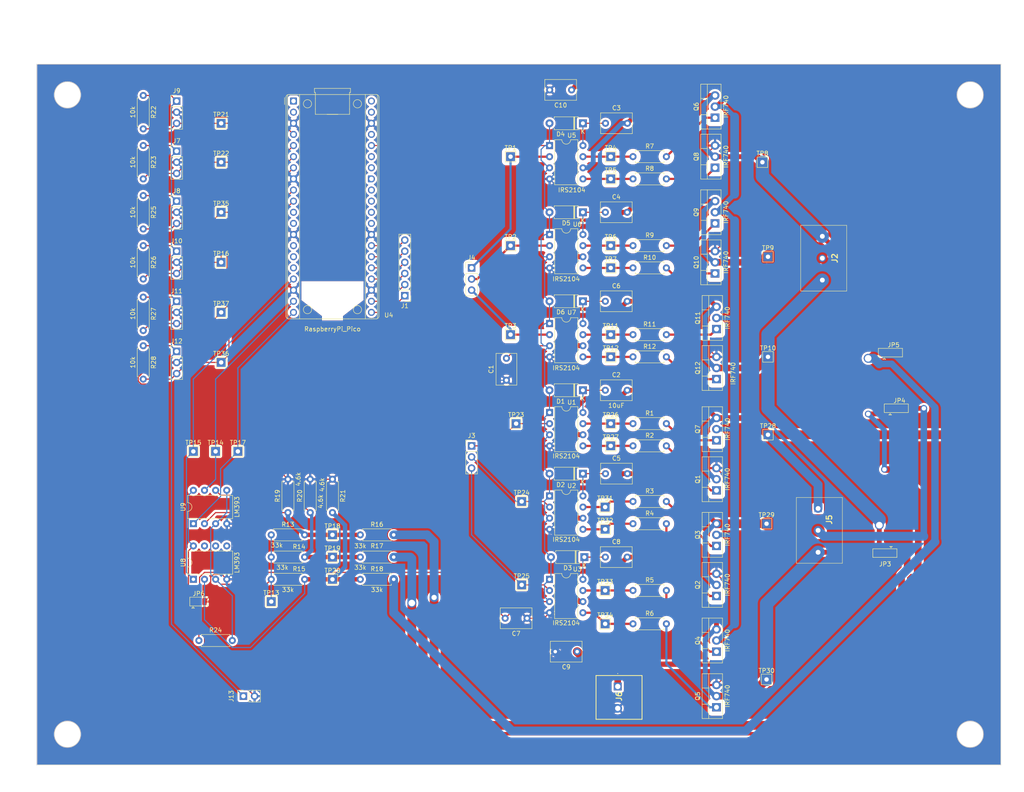
<source format=kicad_pcb>
(kicad_pcb (version 20221018) (generator pcbnew)
  (title_block (date "mar. 31 mars 2015"))
  (layers (0 "F.Cu" signal) (31 "B.Cu" signal) (34 "B.Paste" user) (35 "F.Paste" user) (36 "B.SilkS" user "B.Silkscreen") (37 "F.SilkS" user "F.Silkscreen") (38 "B.Mask" user) (39 "F.Mask" user) (44 "Edge.Cuts" user))
  (net 0 "")
  (net 1 "GND")
  (net 2 "Net-(D4-K)")
  (net 3 "Load 2A")
  (net 4 "Net-(D5-K)")
  (net 5 "Load 1A")
  (net 6 "Net-(D6-K)")
  (net 7 "Load 1B")
  (net 8 "Net-(J1-Pin_1)")
  (net 9 "Net-(J1-Pin_2)")
  (net 10 "Net-(J1-Pin_3)")
  (net 11 "Net-(J1-Pin_4)")
  (net 12 "Net-(J1-Pin_5)")
  (net 13 "Net-(J1-Pin_6)")
  (net 14 "Load 2B")
  (net 15 "Load 1C")
  (net 16 "Load 2C")
  (net 17 "Gate 2A")
  (net 18 "Gate 2B")
  (net 19 "Gate 2C")
  (net 20 "Net-(J8-Pin_3)")
  (net 21 "Net-(J9-Pin_3)")
  (net 22 "Motor A")
  (net 23 "Motor B")
  (net 24 "+3V3")
  (net 25 "+5V")
  (net 26 "Motor C")
  (net 27 "Net-(D1-K)")
  (net 28 "Gate 1A")
  (net 29 "Net-(D2-K)")
  (net 30 "Gate 1B")
  (net 31 "Net-(D3-K)")
  (net 32 "Gate 1C")
  (net 33 "VPP")
  (net 34 "High 2A1")
  (net 35 "Low 2A1")
  (net 36 "High 2B1")
  (net 37 "Low 2B1")
  (net 38 "Low 2C1")
  (net 39 "High 1A1")
  (net 40 "Low 1A1")
  (net 41 "High 1B1")
  (net 42 "Low 1B1")
  (net 43 "High 1C1")
  (net 44 "Low 1C1")
  (net 45 "Net-(U4-GPIO15)")
  (net 48 "Net-(J7-Pin_3)")
  (net 49 "Net-(J10-Pin_3)")
  (net 50 "Net-(J11-Pin_3)")
  (net 51 "Net-(J12-Pin_3)")
  (net 52 "Net-(JP6-C)")
  (net 53 "Net-(U8A-+)")
  (net 58 "Net-(U4-GPIO14)")
  (net 66 "Net-(U9A--)")
  (net 67 "Net-(U9B--)")
  (net 68 "Net-(U8A--)")
  (net 69 "Net-(U4-GPIO13)")
  (net 77 "Low 2A2")
  (net 78 "Low 2B2")
  (net 79 "High 2B2")
  (net 80 "High 2C2")
  (net 81 "Low 2C2")
  (net 82 "High 1A2")
  (net 83 "High 2A2")
  (net 84 "Low 1A2")
  (net 85 "Low 1B2")
  (net 86 "High 1C2")
  (net 87 "Low 1C2")
  (net 88 "High 1B2")
  (net 89 "High 2C1")
  (footprint "Diode_THT:D_A-405_P7.62mm_Horizontal" (layer "F.Cu") (at 234.62 103.81 180)
    (fp_text reference "D5")
    (fp_text value "D")
  )
  (footprint "TestPoint:TestPoint_THTPad_2.0x2.0mm_Drill1.0mm" (layer "F.Cu") (at 239.7 176.2)
    (fp_text reference "TP32")
    (fp_text value "TestPoint")
  )
  (footprint "Capacitor_THT:C_Rect_L7.0mm_W4.5mm_P5.00mm" (layer "F.Cu") (at 217.17 142.16 90)
    (fp_text reference "C1")
    (fp_text value "10uF")
  )
  (footprint "Resistor_THT:R_Axial_DIN0207_L6.3mm_D2.5mm_P7.62mm_Horizontal" (layer "F.Cu") (at 163.5 182.55)
    (fp_text reference "R14")
    (fp_text value "33k")
  )
  (footprint "TestPoint:TestPoint_THTPad_2.0x2.0mm_Drill1.0mm" (layer "F.Cu") (at 240.97 96.19)
    (fp_text reference "TP5")
    (fp_text value "TestPoint")
  )
  (footprint "TestPoint:TestPoint_THTPad_2.0x2.0mm_Drill1.0mm" (layer "F.Cu") (at 276.855 136.83)
    (fp_text reference "TP10")
    (fp_text value "TestPoint")
  )
  (footprint "Resistor_THT:R_Axial_DIN0207_L6.3mm_D2.5mm_P7.62mm_Horizontal" (layer "F.Cu") (at 246.05 174.93)
    (fp_text reference "R4")
    (fp_text value "10")
  )
  (footprint "Capacitor_THT:C_Rect_L7.0mm_W4.5mm_P5.00mm" (layer "F.Cu") (at 239.74 144.45)
    (fp_text reference "C2")
    (fp_text value "10uF")
  )
  (footprint "Package_TO_SOT_THT:TO-220-3_Vertical" (layer "F.Cu") (at 265.1 167.31 90)
    (fp_text reference "Q1")
    (fp_text value "IRF740")
  )
  (footprint "TestPoint:TestPoint_THTPad_2.0x2.0mm_Drill1.0mm" (layer "F.Cu") (at 239.7 171.12)
    (fp_text reference "TP31")
    (fp_text value "TestPoint")
  )
  (footprint "Package_TO_SOT_THT:TO-220-3_Vertical" (layer "F.Cu") (at 265.1 216.84 90)
    (fp_text reference "Q5")
    (fp_text value "IRF740")
  )
  (footprint "Resistor_THT:R_Axial_DIN0207_L6.3mm_D2.5mm_P7.62mm_Horizontal" (layer "F.Cu") (at 134.29 100 -90)
    (fp_text reference "R25")
    (fp_text value "10k")
  )
  (footprint "Jumper:SolderJumper-3_P2.0mm_Open_TrianglePad1.0x1.5mm" (layer "F.Cu") (at 304.8 135.89)
    (fp_text reference "JP5")
    (fp_text value "SolderJumper_3_Bridged12")
  )
  (footprint "Diode_THT:D_A-405_P7.62mm_Horizontal" (layer "F.Cu") (at 234.95 182.55 180)
    (fp_text reference "D3")
    (fp_text value "D")
  )
  (footprint "Capacitor_THT:C_Rect_L7.0mm_W4.5mm_P5.00mm" (layer "F.Cu") (at 239.78 163.5)
    (fp_text reference "C5")
    (fp_text value "10uF")
  )
  (footprint "Package_DIP:DIP-8_W7.62mm" (layer "F.Cu") (at 227.01 149.54)
    (fp_text reference "U1")
    (fp_text value "IRS2104")
  )
  (footprint "TestPoint:TestPoint_THTPad_2.0x2.0mm_Drill1.0mm" (layer "F.Cu") (at 240.97 152.07)
    (fp_text reference "TP26")
    (fp_text value "TestPoint")
  )
  (footprint "Package_TO_SOT_THT:TO-220-3_Vertical" (layer "F.Cu") (at 265.1 130.48 90)
    (fp_text reference "Q11")
    (fp_text value "IRF740")
  )
  (footprint "TestPoint:TestPoint_THTPad_2.0x2.0mm_Drill1.0mm" (layer "F.Cu") (at 152.07 83.49)
    (fp_text reference "TP21")
    (fp_text value "TestPoint")
  )
  (footprint "Resistor_THT:R_Axial_DIN0207_L6.3mm_D2.5mm_P7.62mm_Horizontal" (layer "F.Cu") (at 246.05 190.17)
    (fp_text reference "R5")
    (fp_text value "10")
  )
  (footprint "TestPoint:TestPoint_THTPad_2.0x2.0mm_Drill1.0mm" (layer "F.Cu") (at 276.53 174.93)
    (fp_text reference "TP29")
    (fp_text value "TestPoint")
  )
  (footprint "TestPoint:TestPoint_THTPad_2.0x2.0mm_Drill1.0mm" (layer "F.Cu") (at 177.47 187.63)
    (fp_text reference "TP20")
    (fp_text value "TestPoint")
  )
  (footprint "Resistor_THT:R_Axial_DIN0207_L6.3mm_D2.5mm_P7.62mm_Horizontal" (layer "F.Cu") (at 246.05 91.11)
    (fp_text reference "R7")
    (fp_text value "10")
  )
  (footprint "TestPoint:TestPoint_THTPad_2.0x2.0mm_Drill1.0mm" (layer "F.Cu") (at 276.855 154.61)
    (fp_text reference "TP28")
    (fp_text value "TestPoint")
  )
  (footprint "TestPoint:TestPoint_THTPad_2.0x2.0mm_Drill1.0mm" (layer "F.Cu") (at 177.47 182.55)
    (fp_text reference "TP19")
    (fp_text value "TestPoint")
  )
  (footprint "Resistor_THT:R_Axial_DIN0207_L6.3mm_D2.5mm_P7.62mm_Horizontal" (layer "F.Cu") (at 183.82 177.47)
    (fp_text reference "R16")
    (fp_text value "33k")
  )
  (footprint "TestPoint:TestPoint_THTPad_2.0x2.0mm_Drill1.0mm" (layer "F.Cu") (at 218.11 91.11)
    (fp_text reference "TP1")
    (fp_text value "TestPoint")
  )
  (footprint "Package_TO_SOT_THT:TO-220-3_Vertical" (layer "F.Cu") (at 264.775 106.35 90)
    (fp_text reference "Q9")
    (fp_text value "IRF740")
  )
  (footprint "Package_DIP:DIP-8_W7.62mm" (layer "F.Cu") (at 227.01 108.9)
    (fp_text reference "U6")
    (fp_text value "IRS2104")
  )
  (footprint "Resistor_THT:R_Axial_DIN0207_L6.3mm_D2.5mm_P7.62mm_Horizontal" (layer "F.Cu") (at 163.5 177.47)
    (fp_text reference "R13")
    (fp_text value "33k")
  )
  (footprint "Capacitor_THT:C_Rect_L7.0mm_W4.5mm_P5.00mm" (layer "F.Cu") (at 239.74 182.55)
    (fp_text reference "C8")
    (fp_text value "10uF")
  )
  (footprint "Resistor_THT:R_Axial_DIN0207_L6.3mm_D2.5mm_P7.62mm_Horizontal" (layer "F.Cu") (at 246.05 197.79)
    (fp_text reference "R6")
    (fp_text value "10")
  )
  (footprint "TestPoint:TestPoint_THTPad_2.0x2.0mm_Drill1.0mm" (layer "F.Cu") (at 155.88 158.42)
    (fp_text reference "TP17")
    (fp_text value "TestPoint")
  )
  (footprint "TestPoint:TestPoint_THTPad_2.0x2.0mm_Drill1.0mm" (layer "F.Cu") (at 152.07 138.1)
    (fp_text reference "TP36")
    (fp_text value "TestPoint")
  )
  (footprint "Package_DIP:DIP-8_W7.62mm" (layer "F.Cu") (at 227.01 129.22)
    (fp_text reference "U7")
    (fp_text value "IRS2104")
  )
  (footprint "Package_DIP:DIP-8_W7.62mm" (layer "F.Cu") (at 227.01 88.58)
    (fp_text reference "U5")
    (fp_text value "IRS2104")
  )
  (footprint "Package_DIP:DIP-8_W7.62mm" (layer "F.Cu") (at 145.73 174.92 90)
    (fp_text reference "U9")
    (fp_text value "LM393")
  )
  (footprint "Connector_PinHeader_2.54mm:PinHeader_1x03_P2.54mm_Vertical" (layer "F.Cu") (at 209.22 116.51)
    (fp_text reference "J4")
    (fp_text value "Screw_Terminal_01x03")
  )
  (footprint "Capacitor_THT:C_Rect_L7.0mm_W4.5mm_P5.00mm" (layer "F.Cu") (at 221.88 196.52 180)
    (fp_text reference "C7")
    (fp_text value "10uF")
  )
  (footprint "TestPoint:TestPoint_THTPad_2.0x2.0mm_Drill1.0mm" (layer "F.Cu") (at 240.97 111.43)
    (fp_text reference "TP6")
    (fp_text value "TestPoint")
  )
  (footprint "TestPoint:TestPoint_THTPad_2.0x2.0mm_Drill1.0mm" (layer "F.Cu") (at 240.97 91.11)
    (fp_text reference "TP4")
    (fp_text value "TestPoint")
  )
  (footprint "Package_DIP:DIP-8_W7.62mm" (layer "F.Cu") (at 145.73 187.62 90)
    (fp_text reference "U8")
    (fp_text value "LM393")
  )
  (footprint "TestPoint:TestPoint_THTPad_2.0x2.0mm_Drill1.0mm" (layer "F.Cu") (at 150.8 158.42)
    (fp_text reference "TP14")
    (fp_text value "TestPoint")
  )
  (footprint "Resistor_THT:R_Axial_DIN0207_L6.3mm_D2.5mm_P7.62mm_Horizontal" (layer "F.Cu") (at 134.29 111.43 -90)
    (fp_text reference "R26")
    (fp_text value "10k")
  )
  (footprint "TestPoint:TestPoint_THTPad_2.0x2.0mm_Drill1.0mm" (layer "F.Cu") (at 218.11 111.43)
    (fp_text reference "TP2")
    (fp_text value "TestPoint")
  )
  (footprint "Resistor_THT:R_Axial_DIN0207_L6.3mm_D2.5mm_P7.62mm_Horizontal" (layer "F.Cu") (at 246.05 131.75)
    (fp_text reference "R11")
    (fp_text value "10")
  )
  (footprint "Connector_PinHeader_2.54mm:PinHeader_1x03_P2.54mm_Vertical" (layer "F.Cu") (at 141.91 89.855)
    (fp_text reference "J7")
    (fp_text value "Screw_Terminal_01x03")
  )
  (footprint "Package_TO_SOT_THT:TO-220-3_Vertical" (layer "F.Cu") (at 265.1 204.14 90)
    (fp_text reference "Q4")
    (fp_text value "IRF740")
  )
  (footprint "Resistor_THT:R_Axial_DIN0207_L6.3mm_D2.5mm_P7.62mm_Horizontal" (layer "F.Cu") (at 134.29 77.14 -90)
    (fp_text reference "R22")
    (fp_text value "10k")
  )
  (footprint "Jumper:SolderJumper-3_P2.0mm_Open_TrianglePad1.0x1.5mm" (layer "F.Cu") (at 303.53 181.61 180)
    (fp_text reference "JP3")
    (fp_text value "SolderJumper_3_Bridged12")
  )
  (footprint "Connector_PinHeader_2.54mm:PinHeader_1x03_P2.54mm_Vertical" (layer "F.Cu") (at 141.91 78.425)
    (fp_text reference "J9")
    (fp_text value "Screw_Terminal_01x03")
  )
  (footprint "TestPoint:TestPoint_THTPad_2.0x2.0mm_Drill1.0mm" (layer "F.Cu") (at 152.07 115.24)
    (fp_text reference "TP16")
    (fp_text value "TestPoint")
  )
  (footprint "Resistor_THT:R_Axial_DIN0207_L6.3mm_D2.5mm_P7.62mm_Horizontal" (layer "F.Cu") (at 177.47 164.77 -90)
    (fp_text reference "R21")
    (fp_text value "4.6k")
  )
  (footprint "Capacitor_THT:C_Rect_L7.0mm_W4.5mm_P5.00mm" (layer "F.Cu") (at 239.78 83.49)
    (fp_text reference "C3")
    (fp_text value "10uF")
  )
  (footprint "TestPoint:TestPoint_THTPad_2.0x2.0mm_Drill1.0mm" (layer "F.Cu") (at 163.5 192.71)
    (fp_text reference "TP13")
    (fp_text value "TestPoint")
  )
  (footprint "Diode_THT:D_A-405_P7.62mm_Horizontal" (layer "F.Cu") (at 234.62 83.49 180)
    (fp_text reference "D4")
    (fp_text value "D")
  )
  (footprint "Resistor_THT:R_Axial_DIN0207_L6.3mm_D2.5mm_P7.62mm_Horizontal" (layer "F.Cu") (at 134.29 134.29 -90)
    (fp_text reference "R28")
    (fp_text value "10k")
  )
  (footprint "Capacitor_THT:C_Rect_L7.0mm_W4.5mm_P5.00mm" (layer "F.Cu") (at 233.31 204.14 180)
    (fp_text reference "C9")
    (fp_text value "10uF")
  )
  (footprint "Connector_PinHeader_2.54mm:PinHeader_1x03_P2.54mm_Vertical" (layer "F.Cu") (at 141.91 101.27)
    (fp_text reference "J8")
    (fp_text value "Screw_Terminal_01x03")
  )
  (footprint "TestPoint:TestPoint_THTPad_2.0x2.0mm_Drill1.0mm" (layer "F.Cu") (at 177.47 177.47)
    (fp_text reference "TP18")
    (fp_text value "TestPoint")
  )
  (footprint "Resistor_THT:R_Axial_DIN0207_L6.3mm_D2.5mm_P7.62mm_Horizontal" (layer "F.Cu") (at 183.82 187.63)
    (fp_text reference "R18")
    (fp_text value "33k")
  )
  (footprint "Resistor_THT:R_Axial_DIN0207_L6.3mm_D2.5mm_P7.62mm_Horizontal" (layer "F.Cu") (at 246.05 96.19)
    (fp_text reference "R8")
    (fp_text value "10")
  )
  (footprint "Package_DIP:DIP-8_W7.62mm" (layer "F.Cu") (at 227 187.64)
    (fp_text reference "U3")
    (fp_text value "IRS2104")
  )
  (footprint "TestPoint:TestPoint_THTPad_2.0x2.0mm_Drill1.0mm" (layer "F.Cu") (at 240.97 157.15)
    (fp_text reference "TP27")
    (fp_text value "TestPoint")
  )
  (footprint "Raspberry Pi Pico:RaspberryPi_Pico_Common_THT" (layer "F.Cu") (at 177.47 102.54)
    (fp_text reference "U4")
    (fp_text value "RaspberryPi_Pico")
  )
  (footprint "TestPoint:TestPoint_THTPad_2.0x2.0mm_Drill1.0mm" (layer "F.Cu") (at 240.97 131.75)
    (fp_text reference "TP11")
    (fp_text value "TestPoint")
  )
  (footprint "Connector_PinHeader_2.54mm:PinHeader_1x03_P2.54mm_Vertical" (layer "F.Cu") (at 141.91 124.13)
    (fp_text reference "J11")
    (fp_text value "Screw_Terminal_01x03")
  )
  (footprint "TestPoint:TestPoint_THTPad_2.0x2.0mm_Drill1.0mm" (layer "F.Cu") (at 239.7 190.17)
    (fp_text reference "TP33")
    (fp_text value "TestPoint")
  )
  (footprint "TestPoint:TestPoint_THTPad_2.0x2.0mm_Drill1.0mm" (layer "F.Cu") (at 276.53 210.49)
    (fp_text reference "TP30")
    (fp_text value "TestPoint")
  )
  (footprint "Resistor_THT:R_Axial_DIN0207_L6.3mm_D2.5mm_P7.62mm_Horizontal" (layer "F.Cu") (at 246.05 152.07)
    (fp_text reference "R1")
    (fp_text value "10")
  )
  (footprint "TestPoint:TestPoint_THTPad_2.0x2.0mm_Drill1.0mm" (layer "F.Cu") (at 275.585 92.38)
    (fp_text reference "TP8")
    (fp_text value "TestPoint")
  )
  (footprint "Connector_PinHeader_2.54mm:PinHeader_1x03_P2.54mm_Vertical" (layer "F.Cu") (at 209.22 157.15)
    (fp_text reference "J3")
    (fp_text value "Screw_Terminal_01x03")
  )
  (footprint "Diode_THT:D_A-405_P7.62mm_Horizontal" (layer "F.Cu") (at 234.62 144.45 180)
    (fp_text reference "D1")
    (fp_text value "D")
  )
  (footprint "Connector_PinHeader_2.54mm:PinHeader_1x06_P2.54mm_Vertical" (layer "F.Cu") (at 193.98 122.86 180)
    (fp_text reference "J1")
    (fp_text value "Screw_Terminal_01x06")
  )
  (footprint "Package_TO_SOT_THT:TO-220-3_Vertical" (layer "F.Cu") (at 264.775 93.65 90)
    (fp_text reference "Q8")
    (fp_text value "IRF740")
  )
  (footprint "Diode_THT:D_A-405_P7.62mm_Horizontal" (layer "F.Cu") (at 234.62 163.5 180)
    (fp_text reference "D2")
    (fp_text value "D")
  )
  (footprint "Resistor_THT:R_Axial_DIN0207_L6.3mm_D2.5mm_P7.62mm_Horizontal" (layer "F.Cu") (at 246.05 136.83)
    (fp_text reference "R12")
    (fp_text value "10")
  )
  (footprint "TestPoint:TestPoint_THTPad_2.0x2.0mm_Drill1.0mm" (layer "F.Cu") (at 145.72 158.42)
    (fp_text reference "TP15")
    (fp_text value "TestPoint")
  )
  (footprint "Resistor_THT:R_Axial_DIN0207_L6.3mm_D2.5mm_P7.62mm_Horizontal" (layer "F.Cu") (at 246.05 169.85)
    (fp_text reference "R3")
    (fp_text value "10")
  )
  (footprint "TestPoint:TestPoint_THTPad_2.0x2.0mm_Drill1.0mm" (layer "F.Cu") (at 220.65 188.9)
    (fp_text reference "TP25")
    (fp_text value "TestPoint")
  )
  (footprint "TestPoint:TestPoint_THTPad_2.0x2.0mm_Drill1.0mm" (layer "F.Cu") (at 152.07 92.38)
    (fp_text reference "TP22")
    (fp_text value "TestPoint")
  )
  (footprint "TestPoint:TestPoint_THTPad_2.0x2.0mm_Drill1.0mm" (layer "F.Cu") (at 152.07 103.81)
    (fp_text reference "TP35")
    (fp_text value "TestPoint")
  )
  (footprint "TestPoint:TestPoint_THTPad_2.0x2.0mm_Drill1.0mm" (layer "F.Cu") (at 240.97 136.83)
    (fp_text reference "TP12")
    (fp_text value "TestPoint")
  )
  (footprint "TestPoint:TestPoint_THTPad_2.0x2.0mm_Drill1.0mm" (layer "F.Cu") (at 220.65 169.85)
    (fp_text reference "TP24")
    (fp_text value "TestPoint")
  )
  (footprint "Package_TO_SOT_THT:TO-220-3_Vertical" (layer "F.Cu") (at 265.1 155.88 90)
    (fp_text reference "Q7")
    (fp_text value "IRF740")
  )
  (footprint "Resistor_THT:R_Axial_DIN0207_L6.3mm_D2.5mm_P7.62mm_Horizontal" (layer "F.Cu") (at 246.05 157.15)
    (fp_text reference "R2")
    (fp_text value "10")
  )
  (footprint "Connector_PinHeader_2.54mm:PinHeader_1x03_P2.54mm_Vertical" (layer "F.Cu") (at 141.91 112.7)
    (fp_text reference "J10")
    (fp_text value "Screw_Terminal_01x03")
  )
  (footprint "Capacitor_THT:C_Rect_L7.0mm_W4.5mm_P5.00mm" (layer "F.Cu") (at 232.04 75.87 180)
    (fp_text reference "C10")
    (fp_text value "10uF")
  )
  (footprint "Package_TO_SOT_THT:TO-220-3_Vertical" (layer "F.Cu") (at 264.775 117.78 90)
    (fp_text reference "Q10")
    (fp_text value "IRF740")
  )
  (footprint "TestPoint:TestPoint_THTPad_2.0x2.0mm_Drill1.0mm" (layer "F.Cu") (at 239.7 197.79)
    (fp_text reference "TP34")
    (fp_text value "TestPoint")
  )
  (footprint "Resistor_THT:R_Axial_DIN0207_L6.3mm_D2.5mm_P7.62mm_Horizontal" (layer "F.Cu") (at 167.31 172.39 90)
    (fp_text reference "R19")
    (fp_text value "4.6k")
  )
  (footprint "TestPoint:TestPoint_THTPad_2.0x2.0mm_Drill1.0mm" (layer "F.Cu") (at 218.11 131.75)
    (fp_text reference "TP3")
    (fp_text value "TestPoint")
  )
  (footprint "Jumper:SolderJumper-3_P2.0mm_Open_TrianglePad1.0x1.5mm" (layer "F.Cu") (at 306.14 148.59)
    (fp_text reference "JP4")
    (fp_text value "SolderJumper_3_Bridged12")
  )
  (footprint "Resistor_THT:R_Axial_DIN0207_L6.3mm_D2.5mm_P7.62mm_Horizontal" (layer "F.Cu") (at 134.29 123.19 -90)
    (fp_text reference "R27")
    (fp_text value "10k")
  )
  (footprint "Resistor_THT:R_Axial_DIN0207_L6.3mm_D2.5mm_P7.62mm_Horizontal" (layer "F.Cu") (at 183.82 182.55)
    (fp_text reference "R17")
    (fp_text value "33k")
  )
  (footprint "TestPoint:TestPoint_THTPad_2.0x2.0mm_Drill1.0mm" (layer "F.Cu") (at 240.97 116.51)
    (fp_text reference "TP7")
    (fp_text value "TestPoint")
  )
  (footprint "TestPoint:TestPoint_THTPad_2.0x2.0mm_Drill1.0mm" (layer "F.Cu") (at 276.855 113.97)
    (fp_text reference "TP9")
    (fp_text value "TestPoint")
  )
  (footprint "Connector_PinSocket_2.54mm:PinSocket_1x02_P2.54mm_Vertical" (layer "F.Cu") (at 157.15 214.3 90)
    (fp_text reference "J13")
    (fp_text value "Screw_Terminal_01x02")
  )
  (footprint "3 Pin Spring Terminal:1792876" (layer "F.Cu") (at 289.26 109.3 -90)
    (fp_text reference "J2")
    (fp_text value "Screw_Terminal_01x03" hide)
  )
  (footprint "3 Pin Spring Terminal:1792876" (layer "F.Cu") (at 288.29 171.45 -90)
    (fp_text reference "J5")
    (fp_text value "Screw_Terminal_01x03" hide)
  )
  (footprint "Package_TO_SOT_THT:TO-220-3_Vertical" (layer "F.Cu") (at 265.1 180.01 90)
    (fp_text reference "Q3")
    (fp_text value "IRF740")
  )
  (footprint "Connector_PinHeader_2.54mm:PinHeader_1x03_P2.54mm_Vertical" (layer "F.Cu") (at 141.91 135.575)
    (fp_text reference "J12")
    (fp_text value "Screw_Terminal_01x03")
  )
  (footprint "Resistor_THT:R_Axial_DIN0207_L6.3mm_D2.5mm_P7.62mm_Horizontal" (layer "F.Cu") (at 246.05 116.51)
    (fp_text reference "R10")
    (fp_text value "10")
  )
  (footprint "Resistor_THT:R_Axial_DIN0207_L6.3mm_D2.5mm_P7.62mm_Horizontal" (layer "F.Cu") (at 146.99 201.6)
    (fp_text reference "R24")
    (fp_text value "10k")
  )
  (footprint "Resistor_THT:R_Axial_DIN0207_L6.3mm_D2.5mm_P7.62mm_Horizontal" (layer "F.Cu") (at 246.05 111.43)
    (fp_text reference "R9")
    (fp_text value "10")
  )
  (footprint "Jumper:SolderJumper-3_P1.3mm_Open_Pad1.0x1.5mm" (layer "F.Cu") (at 146.96 192.71)
    (fp_text reference "JP6")
    (fp_text value "SolderJumper_3_Open")
  )
  (footprint "Package_TO_SOT_THT:TO-220-3_Vertical" (layer "F.Cu") (at 265.1 141.91 90)
    (fp_text reference "Q12")
    (fp_text value "IRF740")
  )
  (footprint "Resistor_THT:R_Axial_DIN0207_L6.3mm_D2.5mm_P7.62mm_Horizontal" (layer "F.Cu") (at 163.5 187.63)
    (fp_text reference "R15")
    (fp_text value "33k")
  )
  (footprint "Package_TO_SOT_THT:TO-220-3_Vertical" (layer "F.Cu") (at 265.1 191.44 90)
    (fp_text reference "Q2")
    (fp_text value "IRF740")
  )
  (footprint "Package_TO_SOT_THT:TO-220-3_Vertical" (layer "F.Cu") (at 264.775 82.22 90)
    (fp_text reference "Q6")
    (fp_text value "IRF740")
  )
  (footprint "Diode_THT:D_A-405_P7.62mm_Horizontal" (layer "F.Cu") (at 234.62 124.13 180)
    (fp_text reference "D6")
    (fp_text value "D")
  )
  (footprint "Capacitor_THT:C_Rect_L7.0mm_W4.5mm_P5.00mm" (layer "F.Cu") (at 239.74 103.81)
    (fp_text reference "C4")
    (fp_text value "10uF")
  )
  (footprint "Resistor_THT:R_Axial_DIN0207_L6.3mm_D2.5mm_P7.62mm_Horizontal" (layer "F.Cu") (at 172.39 172.39 90)
    (fp_text reference "R20")
    (fp_text value "4.6k")
  )
  (footprint "TestPoint:TestPoint_THTPad_2.0x2.0mm_Drill1.0mm" (layer "F.Cu") (at 219.38 152.07)
    (fp_text reference "TP23")
    (fp_text value "TestPoint")
  )
  (footprint "3 Pin Spring Terminal:1792863" (layer "F.Cu") (at 242.57 212.09 -90)
    (fp_text reference "J6")
    (fp_text value "Screw_Terminal_01x02" hide)
  )
  (footprint "TestPoint:TestPoint_THTPad_2.0x2.0mm_Drill1.0mm" (layer "F.Cu") (at 152.07 126.67)
    (fp_text reference "TP37")
    (fp_text value "TestPoint")
  )
  (footprint "Capacitor_THT:C_Rect_L7.0mm_W4.5mm_P5.00mm" (layer "F.Cu") (at 239.74 124.13)
    (fp_text reference "C6")
    (fp_text value "10uF")
  )
  (footprint "Resistor_THT:R_Axial_DIN0207_L6.3mm_D2.5mm_P7.62mm_Horizontal" (layer "F.Cu") (at 134.29 88.57 -90)
    (fp_text reference "R23")
    (fp_text value "10k")
  )
  (footprint "Package_DIP:DIP-8_W7.62mm" (layer "F.Cu") (at 227.01 168.59)
    (fp_text reference "U2")
    (fp_text value "IRS2104")
  )
  (gr_circle (center 323 77) (end 326 77) (stroke (width 0.15)) (fill none) (layer "Edge.Cuts"))
  (gr_circle (center 323 223) (end 326 223) (stroke (width 0.15)) (fill none) (layer "Edge.Cuts"))
  (gr_circle (center 117 77) (end 120 77) (stroke (width 0.15)) (fill none) (layer "Edge.Cuts"))
  (gr_circle (center 117 223) (end 120 223) (stroke (width 0.15)) (fill none) (layer "Edge.Cuts"))
  (gr_line (start 110 230) (end 110 70) (stroke (width 0.15)) (layer "Edge.Cuts"))
  (gr_line (start 330 230) (end 110 230) (stroke (width 0.15)) (layer "Edge.Cuts"))
  (gr_line (start 110 70) (end 330 70) (stroke (width 0.15)) (layer "Edge.Cuts"))
  (gr_line (start 330 70) (end 330 230) (stroke (width 0.15)) (layer "Edge.Cuts"))
  (segment (start 266.9 110.575) (end 266.9 100.53) (width 0.25) (layer "F.Cu") (net 1))
  (segment (start 148.26 192.71) (end 149.685 191.285) (width 0.25) (layer "F.Cu") (net 1))
  (segment (start 266.9 100.53) (end 264.485 98.115) (width 0.25) (layer "F.Cu") (net 1))
  (segment (start 229.125 98.315) (end 227.01 96.2) (width 0.25) (layer "F.Cu") (net 1))
  (segment (start 150.344009 186.495) (end 152.225 186.495) (width 0.25) (layer "F.Cu") (net 1))
  (segment (start 227.01 136.84) (end 222.49 136.84) (width 0.25) (layer "F.Cu") (net 1))
  (segment (start 250.697362 94.265) (end 246.647362 98.315) (width 0.25) (layer "F.Cu") (net 1))
  (segment (start 265.1 183.637638) (end 254.467362 173.005) (width 0.25) (layer "F.Cu") (net 1))
  (segment (start 247.975 137.627362) (end 246.647362 138.955) (width 0.25) (layer "F.Cu") (net 1))
  (segment (start 250.697362 97.027362) (end 250.697362 94.265) (width 0.25) (layer "F.Cu") (net 1))
  (segment (start 267.225 169.3875) (end 261.2192 169.3875) (width 0.25) (layer "F.Cu") (net 1))
  (segment (start 246.647362 98.315) (end 229.125 98.315) (width 0.25) (layer "F.Cu") (net 1))
  (segment (start 149.685 191.285) (end 149.685 187.154009) (width 0.25) (layer "F.Cu") (net 1))
  (segment (start 265.1 136.83) (end 262.89 134.62) (width 0.25) (layer "F.Cu") (net 1))
  (segment (start 262.89 134.62) (end 246.562362 134.62) (width 0.25) (layer "F.Cu") (net 1))
  (segment (start 133.165 141.444009) (end 133.165 142.375991) (width 0.25) (layer "F.Cu") (net 1))
  (segment (start 246.807638 179.07) (end 229.87 179.07) (width 0.25) (layer "F.Cu") (net 1))
  (segment (start 264.775 88.57) (end 259.08 94.265) (width 0.25) (layer "F.Cu") (net 1))
  (segment (start 265.1 211.76) (end 269.145 207.715) (width 0.25) (layer "F.Cu") (net 1))
  (segment (start 267.225 164.355) (end 267.225 169.3875) (width 0.25) (layer "F.Cu") (net 1))
  (segment (start 172.39 164.77) (end 167.31 164.77) (width 0.25) (layer "F.Cu") (net 1))
  (segment (start 259.08 94.265) (end 250.697362 94.265) (width 0.25) (layer "F.Cu") (net 1))
  (segment (start 265.1 186.36) (end 265.1 183.637638) (width 0.25) (layer "F.Cu") (net 1))
  (segment (start 159.69 214.3) (end 148.26 202.87) (width 0.25) (layer "F.Cu") (net 1))
  (segment (start 246.647362 138.955) (end 229.125 138.955) (width 0.25) (layer "F.Cu") (net 1))
  (segment (start 269.145 190.405) (end 265.1 186.36) (width 0.25) (layer "F.Cu") (net 1))
  (segment (start 229.125 138.955) (end 227.01 136.84) (width 0.25) (layer "F.Cu") (net 1))
  (segment (start 229.87 160.02) (end 227.01 157.16) (width 0.25) (layer "F.Cu") (net 1))
  (segment (start 251.8517 160.02) (end 229.87 160.02) (width 0.25) (layer "F.Cu") (net 1))
  (segment (start 141.91 138.115) (end 136.494009 138.115) (width 0.25) (layer "F.Cu") (net 1))
  (segment (start 269.145 207.715) (end 269.145 190.405) (width 0.25) (layer "F.Cu") (net 1))
  (segment (start 265.1 162.23) (end 267.225 164.355) (width 0.25) (layer "F.Cu") (net 1))
  (segment (start 222.49 136.84) (end 217.17 142.16) (width 0.25) (layer "F.Cu") (net 1))
  (segment (start 136.494009 138.115) (end 133.165 141.444009) (width 0.25) (layer "F.Cu") (net 1))
  (segment (start 145.575 143.035) (end 167.31 164.77) (width 0.25) (layer "F.Cu") (net 1))
  (segment (start 141.91 80.965) (end 143.02 82.075) (width 0.25) (layer "F.Cu") (net 1))
  (segment (start 246.562362 134.62) (end 247.975 136.032638) (width 0.25) (layer "F.Cu") (net 1))
  (segment (start 148.26 202.87) (end 148.26 192.71) (width 0.25) (layer "F.Cu") (net 1))
  (segment (start 247.975 136.032638) (end 247.975 137.627362) (width 0.25) (layer "F.Cu") (net 1))
  (segment (start 251.785 98.115) (end 250.697362 97.027362) (width 0.25) (layer "F.Cu") (net 1))
  (segment (start 254.467362 173.005) (end 252.872638 173.005) (width 0.25) (layer "F.Cu") (net 1))
  (segment (start 133.824009 143.035) (end 145.575 143.035) (width 0.25) (layer "F.Cu") (net 1))
  (segment (start 264.775 112.7) (end 266.9 110.575) (width 0.25) (layer "F.Cu") (net 1))
  (segment (start 225.74 196.52) (end 227 195.26) (width 0.25) (layer "F.Cu") (net 1))
  (segment (start 229.87 179.07) (end 227.01 176.21) (width 0.25) (layer "F.Cu") (net 1))
  (segment (start 177.47 164.77) (end 172.39 164.77) (width 0.25) (layer "F.Cu") (net 1))
  (segment (start 221.88 196.52) (end 225.74 196.52) (width 0.25) (layer "F.Cu") (net 1))
  (segment (start 261.2192 169.3875) (end 251.8517 160.02) (width 0.25) (layer "F.Cu") (net 1))
  (segment (start 149.685 187.154009) (end 150.344009 186.495) (width 0.25) (layer "F.Cu") (net 1))
  (segment (start 133.165 142.375991) (end 133.824009 143.035) (width 0.25) (layer "F.Cu") (net 1))
  (segment (start 264.485 98.115) (end 251.785 98.115) (width 0.25) (layer "F.Cu") (net 1))
  (segment (start 167.165 82.075) (end 168.58 83.49) (width 0.25) (layer "F.Cu") (net 1))
  (segment (start 252.872638 173.005) (end 246.807638 179.07) (width 0.25) (layer "F.Cu") (net 1))
  (segment (start 152.225 186.495) (end 153.35 187.62) (width 0.25) (layer "F.Cu") (net 1))
  (segment (start 143.02 82.075) (end 167.165 82.075) (width 0.25) (layer "F.Cu") (net 1))
  (segment (start 228.935 98.125) (end 227.01 96.2) (width 0.25) (layer "B.Cu") (net 1))
  (segment (start 206.93 142.16) (end 217.17 142.16) (width 0.25) (layer "B.Cu") (net 1))
  (segment (start 228.31 204.14) (end 228.31 196.57) (width 1.5) (layer "B.Cu") (net 1))
  (segment (start 143.085 102.635) (end 141.91 103.81) (width 0.25) (layer "B.Cu") (net 1))
  (segment (start 141.91 126.67) (end 143.085 125.495) (width 0.25) (layer "B.Cu") (net 1))
  (segment (start 228.935 118.445) (end 228.935 134.915) (width 0.25) (layer "B.Cu") (net 1))
  (segment (start 154.475 176.045) (end 153.35 174.92) (width 0.25) (layer "B.Cu") (net 1))
  (segment (start 228.31 196.57) (end 227 195.26) (width 1) (layer "B.Cu") (net 1))
  (segment (start 153.35 187.62) (end 154.475 186.495) (width 0.25) (layer "B.Cu") (net 1))
  (segment (start 228.935 134.915) (end 227.01 136.84) (width 0.25) (layer "B.Cu") (net 1))
  (segment (start 186.36 121.59) (end 206.93 142.16) (width 0.25) (layer "B.Cu") (net 1))
  (segment (start 141.91 92.395) (end 143.085 91.22) (width 0.25) (layer "B.Cu") (net 1))
  (segment (start 143.085 125.495) (end 143.085 116.415) (width 0.25) (layer "B.Cu") (net 1))
  (segment (start 143.085 127.845) (end 143.085 136.94) (width 0.25) (layer "B.Cu") (net 1))
  (segment (start 153.35 174.92) (end 157.16 174.92) (width 0.25) (layer "B.Cu") (net 1))
  (segment (start 228.935 77.765) (end 228.935 94.275) (width 0.25) (layer "B.Cu") (net 1))
  (segment (start 228.935 94.275) (end 227.01 96.2) (width 0.25) (layer "B.Cu") (net 1))
  (segment (start 227.04 75.87) (end 228.935 77.765) (width 0.25) (layer "B.Cu") (net 1))
  (segment (start 154.475 186.495) (end 154.475 176.045) (width 0.25) (layer "B.Cu") (net 1))
  (segment (start 143.085 114.065) (end 141.91 115.24) (width 0.25) (layer "B.Cu") (net 1))
  (segment (start 242.57 217.09) (end 241.26 217.09) (width 2) (layer "B.Cu") (net 1))
  (segment (start 227.01 157.16) (end 228.225 158.375) (width 0.25) (layer "B.Cu") (net 1))
  (segment (start 143.085 104.985) (end 143.085 114.065) (width 0.25) (layer "B.Cu") (net 1))
  (segment (start 228.225 158.375) (end 228.225 174.995) (width 0.25) (layer "B.Cu") (net 1))
  (segment (start 227.01 176.21) (end 229.87 179.07) (width 1) (layer "B.Cu") (net 1))
  (segment (start 143.085 116.415) (end 141.91 115.24) (width 0.25) (layer "B.Cu") (net 1))
  (segment (start 229.87 179.07) (end 229.87 192.39) (width 1) (layer "B.Cu") (net 1))
  (segment (start 143.085 93.57) (end 143.085 102.635) (width 0.25) (layer "B.Cu") (net 1))
  (segment (start 141.91 126.67) (end 143.085 127.845) (width 0.25) (layer "B.Cu") (net 1))
  (segment (start 227.01 116.52) (end 228.935 114.595) (width 0.25) (layer "B.Cu") (net 1))
  (segment (start 157.16 174.92) (end 167.31 164.77) (width 0.25) (layer "B.Cu") (net 1))
  (segment (start 241.26 217.09) (end 228.31 204.14) (width 2) (layer "B.Cu") (net 1))
  (segment (start 143.085 82.14) (end 141.91 80.965) (width 0.25) (layer "B.Cu") (net 1))
  (segment (start 229.87 192.39) (end 227 195.26) (width 1) (layer "B.Cu") (net 1))
  (segment (start 141.91 103.81) (end 143.085 104.985) (width 0.25) (layer "B.Cu") (net 1))
  (segment (start 141.91 92.395) (end 143.085 93.57) (width 0.25) (layer "B.Cu") (net 1))
  (segment (start 227.01 136.84) (end 228.225 138.055) (width 0.25) (layer "B.Cu") (net 1))
  (segment (start 228.935 114.595) (end 228.935 98.125) (width 0.25) (layer "B.Cu") (net 1))
  (segment (start 228.225 138.055) (end 228.225 155.945) (width 0.25) (layer "B.Cu") (net 1))
  (segment (start 228.225 155.945) (end 227.01 157.16) (width 0.25) (layer "B.Cu") (net 1))
  (segment (start 143.085 136.94) (end 141.91 138.115) (width 0.25) (layer "B.Cu") (net 1))
  (segment (start 227.01 116.52) (end 228.935 118.445) (width 0.25) (layer "B.Cu") (net 1))
  (segment (start 228.225 174.995) (end 227.01 176.21) (width 0.25) (layer "B.Cu") (net 1))
  (segment (start 143.085 91.22) (end 143.085 82.14) (width 0.25) (layer "B.Cu") (net 1))
  (segment (start 239.78 83.49) (end 234.62 83.49) (width 0.25) (layer "F.Cu") (net 2))
  (segment (start 234.62 83.49) (end 234.62 88.57) (width 0.25) (layer "B.Cu") (net 2))
  (segment (start 234.62 88.57) (end 234.63 88.58) (width 0.25) (layer "B.Cu") (net 2))
  (segment (start 244.74 144.45) (end 258.75 144.45) (width 1.1) (layer "F.Cu") (net 3))
  (segment (start 318.77 153.67) (end 318.77 135.89) (width 2) (layer "F.Cu") (net 3))
  (segment (start 276.855 154.61) (end 317.83 154.61) (width 2) (layer "F.Cu") (net 3))
  (segment (start 232.28 149.273704) (end 235.153704 146.4) (width 1.1) (layer "F.Cu") (net 3))
  (segment (start 306.8 135.89) (end 318.77 135.89) (width 1.1) (layer "F.Cu") (net 3))
  (segment (start 317.83 154.61) (end 318.77 153.67) (width 2) (layer "F.Cu") (net 3))
  (segment (start 232.28 153.40137) (end 232.28 149.273704) (width 1.1) (layer "F.Cu") (net 3))
  (segment (start 242.79 146.4) (end 244.74 144.45) (width 1.1) (layer "F.Cu") (net 3))
  (segment (start 235.153704 146.4) (end 242.79 146.4) (width 1.1) (layer "F.Cu") (net 3))
  (segment (start 265.1 150.8) (end 273.045 150.8) (width 1.3) (layer "F.Cu") (net 3))
  (segment (start 273.045 150.8) (end 276.855 154.61) (width 2) (layer "F.Cu") (net 3))
  (segment (start 233.49863 154.62) (end 232.28 153.40137) (width 1.1) (layer "F.Cu") (net 3))
  (segment (start 234.63 154.62) (end 233.49863 154.62) (width 1.1) (layer "F.Cu") (net 3))
  (segment (start 258.75 144.45) (end 265.1 150.8) (width 1.1) (layer "F.Cu") (net 3))
  (segment (start 262.55 162.559463) (end 262.55 153.010537) (width 1.1) (layer "B.Cu") (net 3))
  (segment (start 265.1 164.77) (end 264.760537 164.77) (width 1.1) (layer "B.Cu") (net 3))
  (segment (start 262.55 153.010537) (end 264.760537 150.8) (width 1.1) (layer "B.Cu") (net 3))
  (segment (start 288.29 171.45) (end 288.29 166.045) (width 2) (layer "B.Cu") (net 3))
  (segment (start 288.29 166.045) (end 276.855 154.61) (width 2) (layer "B.Cu") (net 3))
  (segment (start 264.760537 164.77) (end 262.55 162.559463) (width 1.1) (layer "B.Cu") (net 3))
  (segment (start 264.760537 150.8) (end 265.1 150.8) (width 1.1) (layer "B.Cu") (net 3))
  (segment (start 239.74 103.81) (end 234.62 103.81) (width 0.25) (layer "F.Cu") (net 4))
  (segment (start 234.62 108.89) (end 234.63 108.9) (width 0.25) (layer "B.Cu") (net 4))
  (segment (start 234.62 103.81) (end 234.62 108.89) (width 0.25) (layer "B.Cu") (net 4))
  (segment (start 275.585 92.38) (end 274.315 91.11) (width 1.5) (layer "F.Cu") (net 5))
  (segment (start 244.78 83.49) (end 251.13 77.14) (width 1.1) (layer "F.Cu") (net 5))
  (segment (start 274.315 91.11) (end 264.775 91.11) (width 1.1) (layer "F.Cu") (net 5))
  (segment (start 289.26 109.3) (end 304.85 124.89) (width 1.1) (layer "F.Cu") (net 5))
  (segment (start 304.85 135.105074) (end 304.75 135.205074) (width 1.1) (layer "F.Cu") (net 5))
  (segment (start 304.85 124.89) (end 304.85 135.105074) (width 1.1) (layer "F.Cu") (net 5))
  (segment (start 251.13 77.14) (end 264.775 77.14) (width 1.1) (layer "F.Cu") (net 5))
  (segment (start 235.76137 93.66) (end 236.98 92.44137) (width 1.1) (layer "B.Cu") (net 5))
  (segment (start 234.63 93.66) (end 235.76137 93.66) (width 1.1) (layer "B.Cu") (net 5))
  (segment (start 236.98 90) (end 243.49 83.49) (width 1.1) (layer "B.Cu") (net 5))
  (segment (start 264.435537 91.11) (end 262.225 88.899463) (width 1.1) (layer "B.Cu") (net 5))
  (segment (start 243.49 83.49) (end 244.78 83.49) (width 1.1) (layer "B.Cu") (net 5))
  (segment (start 264.435537 77.14) (end 264.775 77.14) (width 1.1) (layer "B.Cu") (net 5))
  (segment (start 262.225 79.350537) (end 264.435537 77.14) (width 1.1) (layer "B.Cu") (net 5))
  (segment (start 236.98 92.44137) (end 236.98 90) (width 1.1) (layer "B.Cu") (net 5))
  (segment (start 264.775 91.11) (end 264.435537 91.11) (width 1.1) (layer "B.Cu") (net 5))
  (segment (start 275.585 92.38) (end 275.585 95.625) (width 3) (layer "B.Cu") (net 5))
  (segment (start 262.225 88.899463) (end 262.225 79.350537) (width 1.1) (layer "B.Cu") (net 5))
  (segment (start 275.585 95.625) (end 289.26 109.3) (width 3) (layer "B.Cu") (net 5))
  (segment (start 234.62 124.13) (end 239.74 124.13) (width 0.25) (layer "F.Cu") (net 6))
  (segment (start 234.62 129.21) (end 234.63 129.22) (width 0.25) (layer "B.Cu") (net 6))
  (segment (start 234.62 124.13) (end 234.62 129.21) (width 0.25) (layer "B.Cu") (net 6))
  (segment (start 289.26 114.3) (end 295.91 120.95) (width 2) (layer "F.Cu") (net 7))
  (segment (start 233.49863 113.98) (end 234.63 113.98) (width 1.1) (layer "F.Cu") (net 7))
  (segment (start 231.14 111.62137) (end 233.49863 113.98) (width 1.1) (layer "F.Cu") (net 7))
  (segment (start 276.855 113.97) (end 275.585 115.24) (width 1.5) (layer "F.Cu") (net 7))
  (segment (start 304.8 146.515074) (end 306.19 147.905074) (width 1.1) (layer "F.Cu") (net 7))
  (segment (start 231.14 109.773704) (end 231.14 111.62137) (width 1.1) (layer "F.Cu") (net 7))
  (segment (start 304.8 143.51) (end 304.8 146.515074) (width 1.1) (layer "F.Cu") (net 7))
  (segment (start 288.93 113.97) (end 289.26 114.3) (width 1.1) (layer "F.Cu") (net 7))
  (segment (start 247.28 101.27) (end 264.775 101.27) (width 1.1) (layer "F.Cu") (net 7))
  (segment (start 295.91 139.7) (end 299.72 143.51) (width 2) (layer "F.Cu") (net 7))
  (segment (start 233.863704 107.05) (end 231.14 109.773704) (width 1.1) (layer "F.Cu") (net 7))
  (segment (start 275.585 115.24) (end 264.775 115.24) (width 1.5) (layer "F.Cu") (net 7))
  (segment (start 304.8 143.51) (end 299.72 143.51) (width 1.5) (layer "F.Cu") (net 7))
  (segment (start 295.91 120.95) (end 295.91 139.7) (width 2) (layer "F.Cu") (net 7))
  (segment (start 240.36863 107.05) (end 233.863704 107.05) (width 1.1) (layer "F.Cu") (net 7))
  (segment (start 244.74 103.81) (end 243.60863 103.81) (width 1.1) (layer "F.Cu") (net 7))
  (segment (start 243.60863 103.81) (end 240.36863 107.05) (width 1.1) (layer "F.Cu") (net 7))
  (segment (start 276.855 113.97) (end 288.93 113.97) (width 3) (layer "F.Cu") (net 7))
  (segment (start 244.74 103.81) (end 247.28 101.27) (width 1.1) (layer "F.Cu") (net 7))
  (segment (start 262.225 103.480537) (end 264.435537 101.27) (width 1.1) (layer "B.Cu") (net 7))
  (segment (start 264.775 115.24) (end 264.435537 115.24) (width 1.1) (layer "B.Cu") (net 7))
  (segment (start 264.435537 115.24) (end 262.225 113.029463) (width 1.1) (layer "B.Cu") (net 7))
  (segment (start 264.435537 101.27) (end 264.775 101.27) (width 1.1) (layer "B.Cu") (net 7))
  (segment (start 262.225 113.029463) (end 262.225 103.480537) (width 1.1) (layer "B.Cu") (net 7))
  (segment (start 190.17 126.67) (end 186.36 126.67) (width 0.25) (layer "F.Cu") (net 8))
  (segment (start 193.98 122.86) (end 190.17 126.67) (width 0.25) (layer "F.Cu") (net 8))
  (segment (start 193.98 120.32) (end 190.17 124.13) (width 0.25) (layer "F.Cu") (net 9))
  (segment (start 190.17 124.13) (end 186.36 124.13) (width 0.25) (layer "F.Cu") (net 9))
  (segment (start 193.98 117.78) (end 192.71 119.05) (width 0.25) (layer "F.Cu") (net 10))
  (segment (start 192.71 119.05) (end 186.36 119.05) (width 0.25) (layer "F.Cu") (net 10))
  (segment (start 186.36 116.51) (end 192.71 116.51) (width 0.25) (layer "F.Cu") (net 11))
  (segment (start 192.71 116.51) (end 193.98 115.24) (width 0.25) (layer "F.Cu") (net 11))
  (segment (start 193.98 112.7) (end 192.71 113.97) (width 0.25) (layer "F.Cu") (net 12))
  (segment (start 192.71 113.97) (end 186.36 113.97) (width 0.25) (layer "F.Cu") (net 12))
  (segment (start 186.36 111.43) (end 192.71 111.43) (width 0.25) (layer "F.Cu") (net 13))
  (segment (start 192.71 111.43) (end 193.98 110.16) (width 0.25) (layer "F.Cu") (net 13))
  (segment (start 276.53 174.93) (end 286.77 174.93) (width 3) (layer "F.Cu") (net 14))
  (segment (start 232.28 172.45137) (end 233.49863 173.67) (width 1.1) (layer "F.Cu") (net 14))
  (segment (start 233.49863 173.67) (end 234.63 173.67) (width 1.1) (layer "F.Cu") (net 14))
  (segment (start 286.77 174.93) (end 288.29 176.45) (width 3) (layer "F.Cu") (net 14))
  (segment (start 253.67 163.5) (end 265.1 174.93) (width 1.1) (layer "F.Cu") (net 14))
  (segment (start 244.78 163.5) (end 243.64863 163.5) (width 1.1) (layer "F.Cu") (net 14))
  (segment (start 276.53 174.93) (end 265.1 174.93) (width 2) (layer "F.Cu") (net 14))
  (segment (start 232.28 168.323704) (end 232.28 172.45137) (width 1.1) (layer "F.Cu") (net 14))
  (segment (start 244.78 163.5) (end 253.67 163.5) (width 1.1) (layer "F.Cu") (net 14))
  (segment (start 308.14 148.59) (end 312.42 148.59) (width 1.1) (layer "F.Cu") (net 14))
  (segment (start 240.40863 166.74) (end 233.863704 166.74) (width 1.1) (layer "F.Cu") (net 14))
  (segment (start 233.863704 166.74) (end 232.28 168.323704) (width 1.1) (layer "F.Cu") (net 14))
  (segment (start 243.64863 163.5) (end 240.40863 166.74) (width 1.1) (layer "F.Cu") (net 14))
  (via (at 312.42 148.59) (size 1.5) (drill 1) (layers "F.Cu" "B.Cu") (net 14))
  (segment (start 264.760537 174.93) (end 265.1 174.93) (width 1.1) (layer "B.Cu") (net 14))
  (segment (start 264.760537 188.9) (end 262.55 186.689463) (width 1.1) (layer "B.Cu") (net 14))
  (segment (start 312.42 177.8) (end 289.64 177.8) (width 2) (layer "B.Cu") (net 14))
  (segment (start 312.42 148.59) (end 312.42 177.8) (width 1.5) (layer "B.Cu") (net 14))
  (segment (start 262.55 177.140537) (end 264.760537 174.93) (width 1.1) (layer "B.Cu") (net 14))
  (segment (start 262.55 186.689463) (end 262.55 177.140537) (width 1.1) (layer "B.Cu") (net 14))
  (segment (start 289.64 177.8) (end 288.29 176.45) (width 2) (layer "B.Cu") (net 14))
  (segment (start 265.1 188.9) (end 264.760537 188.9) (width 1.1) (layer "B.Cu") (net 14))
  (segment (start 302.26 179.605074) (end 303.58 180.925074) (width 1.1) (layer "F.Cu") (net 15))
  (segment (start 265.1 139.37) (end 274.315 139.37) (width 1.5) (layer "F.Cu") (net 15))
  (segment (start 232.28 128.953704) (end 232.28 133.08137) (width 1.1) (layer "F.Cu") (net 15))
  (segment (start 244.74 124.13) (end 263.83 124.13) (width 1.1) (layer "F.Cu") (net 15))
  (segment (start 233.863704 127.37) (end 232.28 128.953704) (width 1.1) (layer "F.Cu") (net 15))
  (segment (start 263.83 124.13) (end 265.1 125.4) (width 1.1) (layer "F.Cu") (net 15))
  (segment (start 244.74 124.13) (end 241.5 127.37) (width 1.1) (layer "F.Cu") (net 15))
  (segment (start 274.315 139.37) (end 276.855 136.83) (width 2) (layer "F.Cu") (net 15))
  (segment (start 233.49863 134.3) (end 234.63 134.3) (width 1.1) (layer "F.Cu") (net 15))
  (segment (start 302.26 175.26) (end 302.26 179.605074) (width 1.1) (layer "F.Cu") (net 15))
  (segment (start 241.5 127.37) (end 233.863704 127.37) (width 1.1) (layer "F.Cu") (net 15))
  (segment (start 232.28 133.08137) (end 233.49863 134.3) (width 1.1) (layer "F.Cu") (net 15))
  (via (at 302.26 175.26) (size 2) (drill 1.5) (layers "F.Cu" "B.Cu") (net 15))
  (segment (start 264.760537 139.37) (end 262.55 137.159463) (width 1.1) (layer "B.Cu") (net 15))
  (segment (start 276.855 131.705) (end 289.26 119.3) (width 3) (layer "B.Cu") (net 15))
  (segment (start 265.1 139.37) (end 264.760537 139.37) (width 1.1) (layer "B.Cu") (net 15))
  (segment (start 276.855 136.83) (end 276.855 131.705) (width 3) (layer "B.Cu") (net 15))
  (segment (start 262.55 127.610537) (end 264.760537 125.4) (width 1.1) (layer "B.Cu") (net 15))
  (segment (start 276.855 136.83) (end 276.855 148.585) (width 3) (layer "B.Cu") (net 15))
  (segment (start 276.855 148.585) (end 298.45 170.18) (width 3) (layer "B.Cu") (net 15))
  (segment (start 262.55 137.159463) (end 262.55 127.610537) (width 1.1) (layer "B.Cu") (net 15))
  (segment (start 264.760537 125.4) (end 265.1 125.4) (width 1.1) (layer "B.Cu") (net 15))
  (segment (start 298.45 170.18) (end 302.26 173.99) (width 3) (layer "B.Cu") (net 15))
  (segment (start 244.74 182.55) (end 240.416296 186.873704) (width 1.1) (layer "F.Cu") (net 16))
  (segment (start 233.853704 185.79) (end 232.27 187.373704) (width 1.1) (layer "F.Cu") (net 16))
  (segment (start 232.27 191.153402) (end 233.836598 192.72) (width 1.1) (layer "F.Cu") (net 16))
  (segment (start 288.29 181.45) (end 301.37 181.45) (width 1.1) (layer "F.Cu") (net 16))
  (segment (start 240.416296 186.873704) (end 237.556296 186.873704) (width 1.1) (layer "F.Cu") (net 16))
  (segment (start 233.836598 192.72) (end 234.62 192.72) (width 1.1) (layer "F.Cu") (net 16))
  (segment (start 301.37 181.45) (end 301.53 181.61) (width 1.1) (layer "F.Cu") (net 16))
  (segment (start 250.6425 182.55) (end 244.74 182.55) (width 1.1) (layer "F.Cu") (net 16))
  (segment (start 237.556296 186.873704) (end 236.472592 185.79) (width 1.1) (layer "F.Cu") (net 16))
  (segment (start 232.27 187.373704) (end 232.27 191.153402) (width 1.1) (layer "F.Cu") (net 16))
  (segment (start 272.72 214.3) (end 265.1 214.3) (width 1.5) (layer "F.Cu") (net 16))
  (segment (start 276.53 210.49) (end 272.72 214.3) (width 2) (layer "F.Cu") (net 16))
  (segment (start 236.472592 185.79) (end 233.853704 185.79) (width 1.1) (layer "F.Cu") (net 16))
  (segment (start 265.1 197.0075) (end 250.6425 182.55) (width 1.1) (layer "F.Cu") (net 16))
  (segment (start 265.1 199.06) (end 265.1 197.0075) (width 1.1) (layer "F.Cu") (net 16))
  (segment (start 276.53 210.49) (end 276.53 193.21) (width 3) (layer "B.Cu") (net 16))
  (segment (start 265.1 214.3) (end 264.760537 214.3) (width 1.1) (layer "B.Cu") (net 16))
  (segment (start 264.760537 199.06) (end 265.1 199.06) (width 1.1) (layer "B.Cu") (net 16))
  (segment (start 276.53 193.21) (end 288.29 181.45) (width 3) (layer "B.Cu") (net 16))
  (segment (start 262.55 201.270537) (end 264.760537 199.06) (width 1.1) (layer "B.Cu") (net 16))
  (segment (start 262.55 212.089463) (end 262.55 201.270537) (width 1.1) (layer "B.Cu") (net 16))
  (segment (start 264.760537 214.3) (end 262.55 212.089463) (width 1.1) (layer "B.Cu") (net 16))
  (segment (start 219.38 152.07) (end 227 152.07) (width 0.25) (layer "F.Cu") (net 17))
  (segment (start 227 152.07) (end 227.01 152.08) (width 0.25) (layer "F.Cu") (net 17))
  (segment (start 214.3 157.15) (end 219.38 152.07) (width 0.25) (layer "F.Cu") (net 17))
  (segment (start 209.22 157.15) (end 214.3 157.15) (width 0.25) (layer "F.Cu") (net 17))
  (segment (start 225.73 169.85) (end 227.01 171.13) (width 0.25) (layer "F.Cu") (net 18))
  (segment (start 220.65 169.85) (end 225.73 169.85) (width 0.25) (layer "F.Cu") (net 18))
  (segment (start 209.22 159.69) (end 219.38 169.85) (width 0.25) (layer "B.Cu") (net 18))
  (segment (start 219.38 169.85) (end 220.65 169.85) (width 0.25) (layer "B.Cu") (net 18))
  (segment (start 220.65 188.9) (end 225.72 188.9) (width 0.25) (layer "F.Cu") (net 19))
  (segment (start 225.72 188.9) (end 227 190.18) (width 0.25) (layer "F.Cu") (net 19))
  (segment (start 209.22 162.23) (end 209.22 177.47) (width 0.25) (layer "B.Cu") (net 19))
  (segment (start 209.22 177.47) (end 220.65 188.9) (width 0.25) (layer "B.Cu") (net 19))
  (segment (start 140.64 107.62) (end 141.91 106.35) (width 0.25) (layer "F.Cu") (net 20))
  (segment (start 152.07 103.81) (end 155.88 103.81) (width 0.25) (layer "F.Cu") (net 20))
  (segment (start 134.29 107.62) (end 140.64 107.62) (width 0.25) (layer "F.Cu") (net 20))
  (segment (start 141.91 106.35) (end 149.53 106.35) (width 0.25) (layer "F.Cu") (net 20))
  (segment (start 155.88 103.81) (end 168.58 91.11) (width 0.25) (layer "F.Cu") (net 20))
  (segment (start 149.53 106.35) (end 152.07 103.81) (width 0.25) (layer "F.Cu") (net 20))
  (segment (start 152.055 83.505) (end 152.07 83.49) (width 0.25) (layer "F.Cu") (net 21))
  (segment (start 166.04 83.49) (end 168.58 86.03) (width 0.25) (layer "F.Cu") (net 21))
  (segment (start 141.91 83.505) (end 152.055 83.505) (width 0.25) (layer "F.Cu") (net 21))
  (segment (start 140.655 84.76) (end 141.91 83.505) (width 0.25) (layer "F.Cu") (net 21))
  (segment (start 134.29 84.76) (end 140.655 84.76) (width 0.25) (layer "F.Cu") (net 21))
  (segment (start 152.07 83.49) (end 166.04 83.49) (width 0.25) (layer "F.Cu") (net 21))
  (segment (start 307.34 186.69) (end 307.34 214.63) (width 1.5) (layer "F.Cu") (net 22))
  (segment (start 307.34 214.63) (end 300.99 220.98) (width 2) (layer "F.Cu") (net 22))
  (segment (start 204.47 220.98) (end 200.66 217.17) (width 2) (layer "F.Cu") (net 22))
  (segment (start 300.99 220.98) (end 204.47 220.98) (width 2) (layer "F.Cu") (net 22))
  (segment (start 308.61 181.61) (end 308.61 185.42) (width 1.5) (layer "F.Cu") (net 22))
  (segment (start 200.66 217.17) (end 200.66 191.77) (width 2) (layer "F.Cu") (net 22))
  (segment (start 305.53 181.61) (end 308.61 181.61) (width 1.1) (layer "F.Cu") (net 22))
  (segment (start 308.61 185.42) (end 307.34 186.69) (width 1.5) (layer "F.Cu") (net 22))
  (via (at 200.66 191.77) (size 2) (drill 1.2) (layers "F.Cu" "B.Cu") (net 22))
  (segment (start 191.44 177.47) (end 199.06 177.47) (width 2) (layer "B.Cu") (net 22))
  (segment (start 200.66 179.07) (end 200.66 191.77) (width 2) (layer "B.Cu") (net 22))
  (segment (start 199.06 177.47) (end 200.66 179.07) (width 2) (layer "B.Cu") (net 22))
  (segment (start 302.87 149.86) (end 304.14 148.59) (width 1.1) (layer "F.Cu") (net 23))
  (segment (start 311.15 215.622742) (end 311.15 185.42) (width 2) (layer "F.Cu") (net 23))
  (segment (start 311.15 185.42) (end 311.15 167.64) (width 1.5) (layer "F.Cu") (net 23))
  (segment (start 195.58 193.04) (end 195.58 217.17) (width 2) (layer "F.Cu") (net 23))
  (segment (start 301.982742 224.79) (end 311.15 215.622742) (width 2) (layer "F.Cu") (net 23))
  (segment (start 306.07 162.56) (end 303.53 162.56) (width 1.5) (layer "F.Cu") (net 23))
  (segment (start 195.58 217.17) (end 203.2 224.79) (width 2) (layer "F.Cu") (net 23))
  (segment (start 203.2 224.79) (end 301.982742 224.79) (width 2) (layer "F.Cu") (net 23))
  (segment (start 299.72 149.86) (end 302.87 149.86) (width 1.1) (layer "F.Cu") (net 23))
  (segment (start 311.15 167.64) (end 306.07 162.56) (width 1.5) (layer "F.Cu") (net 23))
  (via (at 299.72 149.86) (size 1.5) (drill 1) (layers "F.Cu" "B.Cu") (net 23))
  (via (at 195.58 193.04) (size 2) (drill 1.5) (layers "F.Cu" "B.Cu") (net 23))
  (via (at 303.424179 162.512753) (size 1.5) (drill 1) (layers "F.Cu" "B.Cu") (net 23))
  (segment (start 303.424179 162.512753) (end 303.424179 153.564179) (width 1.1) (layer "B.Cu") (net 23))
  (segment (start 195.58 182.88) (end 195.58 193.04) (width 2) (layer "B.Cu") (net 23))
  (segment (start 191.44 182.55) (end 195.25 182.55) (width 2) (layer "B.Cu") (net 23))
  (segment (start 303.424179 153.564179) (end 299.72 149.86) (width 1.1) (layer "B.Cu") (net 23))
  (segment (start 145.66 191.71) (end 147.145 190.225) (width 0.25) (layer "F.Cu") (net 24))
  (segment (start 144.605 191.655) (end 144.605 181.125) (width 0.25) (layer "F.Cu") (net 24))
  (segment (start 217.17 137.16) (end 220.03 134.3) (width 0.25) (layer "F.Cu") (net 24))
  (segment (start 144.605 181.125) (end 145.73 180) (width 0.25) (layer "F.Cu") (net 24))
  (segment (start 220.68 192.72) (end 227 192.72) (width 0.25) (layer "F.Cu") (net 24))
  (segment (start 145.66 192.71) (end 145.66 191.71) (width 0.25) (layer "F.Cu") (net 24))
  (segment (start 147.145 187.154009) (end 148.254009 186.045) (width 0.25) (layer "F.Cu") (net 24))
  (segment (start 216.88 196.52) (end 220.68 192.72) (width 0.25) (layer "F.Cu") (net 24))
  (segment (start 186.36 88.57) (end 227 88.57) (width 0.25) (layer "F.Cu") (net 24))
  (segment (start 206.405 186.045) (end 216.88 196.52) (width 0.25) (layer "F.Cu") (net 24))
  (segment (start 220.03 134.3) (end 227.01 134.3) (width 0.25) (layer "F.Cu") (net 24))
  (segment (start 148.254009 186.045) (end 206.405 186.045) (width 0.25) (layer "F.Cu") (net 24))
  (segment (start 227 88.57) (end 227.01 88.58) (width 0.25) (layer "F.Cu") (net 24))
  (segment (start 145.66 192.71) (end 144.605 191.655) (width 0.25) (layer "F.Cu") (net 24))
  (segment (start 147.145 190.225) (end 147.145 187.154009) (width 0.25) (layer "F.Cu") (net 24))
  (segment (start 225.885 169.715) (end 227.01 168.59) (width 0.25) (layer "B.Cu") (net 24))
  (segment (start 225.885 102.695) (end 225.885 94.785) (width 0.25) (layer "B.Cu") (net 24))
  (segment (start 225.885 150.665) (end 225.885 153.495) (width 0.25) (layer "B.Cu") (net 24))
  (segment (start 225.885 94.785) (end 227.01 93.66) (width 0.25) (layer "B.Cu") (net 24))
  (segment (start 144.605 178.875) (end 145.73 180) (width 0.25) (layer "B.Cu") (net 24))
  (segment (start 225.885 162.385) (end 225.885 155.745) (width 0.25) (layer "B.Cu") (net 24))
  (segment (start 225.885 135.425) (end 227.01 134.3) (width 0.25) (layer "B.Cu") (net 24))
  (segment (start 225.885 172.545) (end 225.885 169.715) (width 0.25) (layer "B.Cu") (net 24))
  (segment (start 227.01 173.67) (end 225.885 172.545) (width 0.25) (layer "B.Cu") (net 24))
  (segment (start 225.085 113.325) (end 225.74 113.98) (width 0.25) (layer "B.Cu") (net 24))
  (segment (start 225.96 108.9) (end 225.085 109.775) (width 0.25) (layer "B.Cu") (net 24))
  (segment (start 225.085 89.455) (end 225.085 91.917362) (width 0.25) (layer "B.Cu") (net 24))
  (segment (start 227 187.64) (end 225.875 188.765) (width 0.25) (layer "B.Cu") (net 24))
  (segment (start 227 103.81) (end 225.885 102.695) (width 0.25) (layer "B.Cu") (net 24))
  (segment (start 226.827638 93.66) (end 227.01 93.66) (width 0.25) (layer "B.Cu") (net 24))
  (segment (start 227.33 182.55) (end 227.33 187.31) (width 0.25) (layer "B.Cu") (net 24))
  (segment (start 227 163.5) (end 227 168.58) (width 0.25) (layer "B.Cu") (net 24))
  (segment (start 225.885 174.795) (end 225.885 181.105) (width 0.25) (layer "B.Cu") (net 24))
  (segment (start 227.01 113.98) (end 225.885 115.105) (width 0.25) (layer "B.Cu") (net 24))
  (segment (start 227.01 149.54) (end 225.885 150.665) (width 0.25) (layer "B.Cu") (net 24))
  (segment (start 227 163.5) (end 225.885 162.385) (width 0.25) (layer "B.Cu") (net 24))
  (segment (start 227.01 173.67) (end 225.885 174.795) (width 0.25) (layer "B.Cu") (net 24))
  (segment (start 225.74 134.3) (end 227.01 134.3) (width 0.25) (layer "B.Cu") (net 24))
  (segment (start 225.085 91.917362) (end 226.827638 93.66) (width 0.25) (layer "B.Cu") (net 24))
  (segment (start 225.875 191.595) (end 227 192.72) (width 0.25) (layer "B.Cu") (net 24))
  (segment (start 227 144.45) (end 225.885 143.335) (width 0.25) (layer "B.Cu") (net 24))
  (segment (start 225.885 155.745) (end 227.01 154.62) (width 0.25) (layer "B.Cu") (net 24))
  (segment (start 227.01 108.9) (end 225.96 108.9) (width 0.25) (layer "B.Cu") (net 24))
  (segment (start 227.01 129.22) (end 225.96 129.22) (width 0.25) (layer "B.Cu") (net 24))
  (segment (start 225.885 143.335) (end 225.885 135.425) (width 0.25) (layer "B.Cu") (net 24))
  (segment (start 227 103.81) (end 227 108.89) (width 0.25) (layer "B.Cu") (net 24))
  (segment (start 225.885 181.105) (end 227.33 182.55) (width 0.25) (layer "B.Cu") (net 24))
  (segment (start 225.085 133.645) (end 225.74 134.3) (width 0.25) (layer "B.Cu") (net 24))
  (segment (start 225.885 115.105) (end 225.885 123.015) (width 0.25) (layer "B.Cu") (net 24))
  (segment (start 225.085 109.775) (end 225.085 113.325) (width 0.25) (layer "B.Cu") (net 24))
  (segment (start 144.605 168.425) (end 144.605 178.875) (width 0.25) (layer "B.Cu") (net 24))
  (segment (start 227 149.53) (end 227.01 149.54) (width 0.25) (layer "B.Cu") (net 24))
  (segment (start 225.885 123.015) (end 227 124.13) (width 0.25) (layer "B.Cu") (net 24))
  (segment (start 227.33 187.31) (end 227 187.64) (width 0.25) (layer "B.Cu") (net 24))
  (segment (start 227 108.89) (end 227.01 108.9) (width 0.25) (layer "B.Cu") (net 24))
  (segment (start 225.74 113.98) (end 227.01 113.98) (width 0.25) (layer "B.Cu") (net 24))
  (segment (start 225.96 129.22) (end 225.085 130.095) (width 0.25) (layer "B.Cu") (net 24))
  (segment (start 227 168.58) (end 227.01 168.59) (width 0.25) (layer "B.Cu") (net 24))
  (segment (start 227 88.57) (end 227.01 88.58) (width 0.25) (layer "B.Cu") (net 24))
  (segment (start 227.01 88.58) (end 225.96 88.58) (width 0.25) (layer "B.Cu") (net 24))
  (segment (start 225.085 130.095) (end 225.085 133.645) (width 0.25) (layer "B.Cu") (net 24))
  (segment (start 227 83.49) (end 227 88.57) (width 0.25) (layer "B.Cu") (net 24))
  (segment (start 227 129.21) (end 227.01 129.22) (width 0.25) (layer "B.Cu") (net 24))
  (segment (start 225.885 153.495) (end 227.01 154.62) (width 0.25) (layer "B.Cu") (net 24))
  (segment (start 145.73 167.3) (end 144.605 168.425) (width 0.25) (layer "B.Cu") (net 24))
  (segment (start 227 144.45) (end 227 149.53) (width 0.25) (layer "B.Cu") (net 24))
  (segment (start 225.96 88.58) (end 225.085 89.455) (width 0.25) (layer "B.Cu") (net 24))
  (segment (start 227 124.13) (end 227 129.21) (width 0.25) (layer "B.Cu") (net 24))
  (segment (start 225.875 188.765) (end 225.875 191.595) (width 0.25) (layer "B.Cu") (net 24))
  (segment (start 134.29 77.14) (end 140.625 77.14) (width 0.25) (layer "F.Cu") (net 25))
  (segment (start 134.29 100) (end 140.64 100) (width 0.25) (layer "F.Cu") (net 25))
  (segment (start 140.64 100) (end 141.91 101.27) (width 0.25) (layer "F.Cu") (net 25))
  (segment (start 140.64 111.43) (end 141.91 112.7) (width 0.25) (layer "F.Cu") (net 25))
  (segment (start 140.625 77.14) (end 141.91 78.425) (width 0.25) (layer "F.Cu") (net 25))
  (segment (start 134.29 123.19) (end 140.97 123.19) (width 0.25) (layer "F.Cu") (net 25))
  (segment (start 134.29 111.43) (end 140.64 111.43) (width 0.25) (layer "F.Cu") (net 25))
  (segment (start 134.29 88.57) (end 140.625 88.57) (width 0.25) (layer "F.Cu") (net 25))
  (segment (start 140.625 88.57) (end 141.91 89.855) (width 0.25) (layer "F.Cu") (net 25))
  (segment (start 134.29 134.29) (end 140.625 134.29) (width 0.25) (layer "F.Cu") (net 25))
  (segment (start 140.97 123.19) (end 141.91 124.13) (width 0.25) (layer "F.Cu") (net 25))
  (segment (start 140.625 134.29) (end 141.91 135.575) (width 0.25) (layer "F.Cu") (net 25))
  (segment (start 140.735 122.955) (end 141.91 124.13) (width 0.25) (layer "B.Cu") (net 25))
  (segment (start 140.735 111.525) (end 141.91 112.7) (width 0.25) (layer "B.Cu") (net 25))
  (segment (start 141.91 89.855) (end 140.735 91.03) (width 0.25) (layer "B.Cu") (net 25))
  (segment (start 140.735 88.68) (end 141.91 89.855) (width 0.25) (layer "B.Cu") (net 25))
  (segment (start 141.91 112.7) (end 140.735 113.875) (width 0.25) (layer "B.Cu") (net 25))
  (segment (start 157.15 214.3) (end 140.735 197.885) (width 0.25) (layer "B.Cu") (net 25))
  (segment (start 141.91 78.425) (end 140.735 79.6) (width 0.25) (layer "B.Cu") (net 25))
  (segment (start 140.735 136.75) (end 141.91 135.575) (width 0.25) (layer "B.Cu") (net 25))
  (segment (start 140.735 79.6) (end 140.735 88.68) (width 0.25) (layer "B.Cu") (net 25))
  (segment (start 140.735 102.445) (end 140.735 111.525) (width 0.25) (layer "B.Cu") (net 25))
  (segment (start 140.735 113.875) (end 140.735 122.955) (width 0.25) (layer "B.Cu") (net 25))
  (segment (start 140.735 197.885) (end 140.735 136.75) (width 0.25) (layer "B.Cu") (net 25))
  (segment (start 141.91 135.575) (end 140.735 134.4) (width 0.25) (layer "B.Cu") (net 25))
  (segment (start 141.91 101.27) (end 140.735 102.445) (width 0.25) (layer "B.Cu") (net 25))
  (segment (start 140.735 100.095) (end 141.91 101.27) (width 0.25) (layer "B.Cu") (net 25))
  (segment (start 140.735 125.305) (end 141.91 124.13) (width 0.25) (layer "B.Cu") (net 25))
  (segment (start 140.735 91.03) (end 140.735 100.095) (width 0.25) (layer "B.Cu") (net 25))
  (segment (start 140.735 134.4) (end 140.735 125.305) (width 0.25) (layer "B.Cu") (net 25))
  (segment (start 302.8 135.89) (end 300.99 135.89) (width 1.1) (layer "F.Cu") (net 26))
  (segment (start 300.99 135.89) (end 299.72 137.16) (width 1.1) (layer "F.Cu") (net 26))
  (via (at 299.72 137.16) (size 2) (drill 1.5) (layers "F.Cu" "B.Cu") (net 26))
  (segment (start 314.96 148.584415) (end 314.96 179.07) (width 1.7) (layer "B.Cu") (net 26))
  (segment (start 271.78 222.25) (end 218.44 222.25) (width 2) (layer "B.Cu") (net 26))
  (segment (start 302.26 138.43) (end 305.088428 138.43) (width 1.5) (layer "B.Cu") (net 26))
  (segment (start 299.72 137.16) (end 300.99 137.16) (width 2) (layer "B.Cu") (net 26))
  (segment (start 314.96 179.07) (end 271.78 222.25) (width 2) (layer "B.Cu") (net 26))
  (segment (start 218.44 222.25) (end 215.5325 219.3425) (width 2) (layer "B.Cu") (net 26))
  (segment (start 314.96 148.301572) (end 314.96 148.584415) (width 1.5) (layer "B.Cu") (net 26))
  (segment (start 215.5325 219.3425) (end 191.44 195.25) (width 2) (layer "B.Cu") (net 26))
  (segment (start 305.088428 138.43) (end 314.96 148.301572) (width 1.5) (layer "B.Cu") (net 26))
  (segment (start 300.99 137.16) (end 302.26 138.43) (width 2) (layer "B.Cu") (net 26))
  (segment (start 191.44 195.25) (end 191.44 187.63) (width 2) (layer "B.Cu") (net 26))
  (segment (start 239.74 144.45) (end 234.62 144.45) (width 0.25) (layer "F.Cu") (net 27))
  (segment (start 234.62 144.45) (end 234.62 149.53) (width 0.25) (layer "B.Cu") (net 27))
  (segment (start 234.62 149.53) (end 234.63 149.54) (width 0.25) (layer "B.Cu") (net 27))
  (segment (start 227.01 91.12) (end 218.12 91.12) (width 0.5) (layer "F.Cu") (net 28))
  (segment (start 218.12 91.12) (end 218.11 91.11) (width 0.5) (layer "F.Cu") (net 28))
  (segment (start 218.11 107.62) (end 209.22 116.51) (width 0.5) (layer "B.Cu") (net 28))
  (segment (start 218.11 91.11) (end 218.11 107.62) (width 0.5) (layer "B.Cu") (net 28))
  (segment (start 239.78 163.5) (end 234.62 163.5) (width 0.25) (layer "F.Cu") (net 29))
  (segment (start 234.62 163.5) (end 234.62 168.58) (width 0.25) (layer "B.Cu") (net 29))
  (segment (start 234.62 168.58) (end 234.63 168.59) (width 0.25) (layer "B.Cu") (net 29))
  (segment (start 210.49 119.05) (end 218.11 111.43) (width 0.5) (layer "F.Cu") (net 30))
  (segment (start 209.22 119.05) (end 210.49 119.05) (width 0.5) (layer "F.Cu") (net 30))
  (segment (start 218.11 111.43) (end 227 111.43) (width 0.5) (layer "F.Cu") (net 30))
  (segment (start 227 111.43) (end 227.01 111.44) (width 0.5) (layer "F.Cu") (net 30))
  (segment (start 234.95 182.55) (end 239.74 182.55) (width 0.25) (layer "F.Cu") (net 31))
  (segment (start 234.62 182.88) (end 234.95 182.55) (width 0.25) (layer "B.Cu") (net 31))
  (segment (start 234.62 187.64) (end 234.62 182.88) (width 0.25) (layer "B.Cu") (net 31))
  (segment (start 218.11 131.75) (end 227 131.75) (width 0.5) (layer "F.Cu") (net 32))
  (segment (start 227 131.75) (end 227.01 131.76) (width 0.5) (layer "F.Cu") (net 32))
  (segment (start 218.11 130.48) (end 218.11 131.75) (width 0.5) (layer "B.Cu") (net 32))
  (segment (start 209.22 121.59) (end 218.11 130.48) (width 0.5) (layer "B.Cu") (net 32))
  (segment (start 266.825 77.969463) (end 266.825 76.310537) (width 1.1) (layer "F.Cu") (net 33))
  (segment (start 235.8125 206.6425) (end 233.31 204.14) (width 2) (layer "F.Cu") (net 33))
  (segment (start 265.114463 79.68) (end 266.825 77.969463) (width 1.1) (layer "F.Cu") (net 33))
  (segment (start 267.97 201.9575) (end 267.97 206.3225) (width 1.1) (layer "F.Cu") (net 33))
  (segment (start 232.839999 75.070001) (end 232.04 75.87) (width 1.1) (layer "F.Cu") (net 33))
  (segment (start 242.57 206.6425) (end 235.8125 206.6425) (width 1.1) (layer "F.Cu") (net 33))
  (segment (start 242.9375 207.01) (end 242.57 206.6425) (width 1.2) (layer "F.Cu") (net 33))
  (segment (start 266.825 76.310537) (end 265.584464 75.070001) (width 1.1) (layer "F.Cu") (net 33))
  (segment (start 267.65 206.6425) (end 267.2825 207.01) (width 1.2) (layer "F.Cu") (net 33))
  (segment (start 265.584464 75.070001) (end 232.839999 75.070001) (width 1.1) (layer "F.Cu") (net 33))
  (segment (start 242.57 212.09) (end 242.57 206.6425) (width 1.5) (layer "F.Cu") (net 33))
  (segment (start 267.6125 201.6) (end 267.97 201.9575) (width 1.1) (layer "F.Cu") (net 33))
  (segment (start 267.97 206.3225) (end 267.65 206.6425) (width 1.1) (layer "F.Cu") (net 33))
  (segment (start 267.2825 207.01) (end 242.9375 207.01) (width 1.2) (layer "F.Cu") (net 33))
  (segment (start 264.775 79.68) (end 265.114463 79.68) (width 1.1) (layer "F.Cu") (net 33))
  (segment (start 265.1 201.6) (end 267.6125 201.6) (width 1.1) (layer "F.Cu") (net 33))
  (segment (start 267.2875 103.81) (end 264.775 103.81) (width 1.1) (layer "B.Cu") (net 33))
  (segment (start 265.1 153.34) (end 268.91 153.34) (width 1.1) (layer "B.Cu") (net 33))
  (segment (start 264.775 103.81) (end 265.114463 103.81) (width 1.1) (layer "B.Cu") (net 33))
  (segment (start 265.1 177.47) (end 268.91 177.47) (width 1.1) (layer "B.Cu") (net 33))
  (segment (start 269.24 105.7625) (end 267.2875 103.81) (width 1.1) (layer "B.Cu") (net 33))
  (segment (start 269.24 99.684463) (end 269.24 82.045) (width 2) (layer "B.Cu") (net 33))
  (segment (start 265.439463 201.6) (end 265.1 201.6) (width 1.1) (layer "B.Cu") (net 33))
  (segment (start 266.875 79.68) (end 264.775 79.68) (width 1.1) (layer "B.Cu") (net 33))
  (segment (start 269.24 197.799463) (end 265.439463 201.6) (width 1.1) (layer "B.Cu") (net 33))
  (segment (start 268.91 127.94) (end 265.1 127.94) (width 1.1) (layer "B.Cu") (net 33))
  (segment (start 269.24 173.669463) (end 269.24 177.8) (width 2) (layer "B.Cu") (net 33))
  (segment (start 268.91 177.47) (end 269.24 177.8) (width 1.1) (layer "B.Cu") (net 33))
  (segment (start 269.24 128.27) (end 268.91 127.94) (width 1.1) (layer "B.Cu") (net 33))
  (segment (start 269.24 128.27) (end 269.24 153.67) (width 2) (layer "B.Cu") (net 33))
  (segment (start 268.91 153.34) (end 269.24 153.67) (width 1.1) (layer "B.Cu") (net 33))
  (segment (start 269.24 177.8) (end 269.24 197.799463) (width 2) (layer "B.Cu") (net 33))
  (segment (start 269.24 153.67) (end 269.24 173.669463) (width 2) (layer "B.Cu") (net 33))
  (segment (start 269.24 82.045) (end 266.875 79.68) (width 1.1) (layer "B.Cu") (net 33))
  (segment (start 269.24 128.27) (end 269.24 105.7625) (width 2) (layer "B.Cu") (net 33))
  (segment (start 265.114463 103.81) (end 269.24 99.684463) (width 1.1) (layer "B.Cu") (net 33))
  (segment (start 234.64 152.07) (end 234.63 152.08) (width 0.5) (layer "F.Cu") (net 34))
  (segment (start 240.97 152.07) (end 246.05 152.07) (width 0.5) (layer "F.Cu") (net 34))
  (segment (start 240.97 152.07) (end 234.64 152.07) (width 0.5) (layer "F.Cu") (net 34))
  (segment (start 234.63 157.16) (end 240.96 157.16) (width 0.5) (layer "F.Cu") (net 35))
  (segment (start 240.96 157.16) (end 240.97 157.15) (width 0.5) (layer "F.Cu") (net 35))
  (segment (start 246.05 157.15) (end 240.97 157.15) (width 0.5) (layer "F.Cu") (net 35))
  (segment (start 239.7 171.12) (end 234.64 171.12) (width 0.5) (layer "F.Cu") (net 36))
  (segment (start 240.97 169.85) (end 239.7 171.12) (width 0.5) (layer "F.Cu") (net 36))
  (segment (start 234.64 171.12) (end 234.63 171.13) (width 0.5) (layer "F.Cu") (net 36))
  (segment (start 246.05 169.85) (end 240.97 169.85) (width 0.5) (layer "F.Cu") (net 36))
  (segment (start 246.05 174.93) (end 240.97 174.93) (width 0.5) (layer "F.Cu") (net 37))
  (segment (start 240.97 174.93) (end 239.7 176.2) (width 0.5) (layer "F.Cu") (net 37))
  (segment (start 234.63 176.21) (end 239.69 176.21) (width 0.5) (layer "F.Cu") (net 37))
  (segment (start 239.69 176.21) (end 239.7 176.2) (width 0.5) (layer "F.Cu") (net 37))
  (segment (start 246.05 197.79) (end 239.7 197.79) (width 0.5) (layer "F.Cu") (net 38))
  (segment (start 237.17 195.26) (end 239.7 197.79) (width 0.5) (layer "F.Cu") (net 38))
  (segment (start 234.62 195.26) (end 237.17 195.26) (width 0.5) (layer "F.Cu") (net 38))
  (segment (start 240.97 91.11) (end 234.64 91.11) (width 0.5) (layer "F.Cu") (net 39))
  (segment (start 246.05 91.11) (end 240.97 91.11) (width 0.5) (layer "F.Cu") (net 39))
  (segment (start 234.64 91.11) (end 234.63 91.12) (width 0.5) (layer "F.Cu") (net 39))
  (segment (start 240.97 96.19) (end 234.64 96.19) (width 0.5) (layer "F.Cu") (net 40))
  (segment (start 234.64 96.19) (end 234.63 96.2) (width 0.5) (layer "F.Cu") (net 40))
  (segment (start 246.05 96.19) (end 240.97 96.19) (width 0.5) (layer "F.Cu") (net 40))
  (segment (start 240.97 111.43) (end 234.64 111.43) (width 0.5) (layer "F.Cu") (net 41))
  (segment (start 234.64 111.43) (end 234.63 111.44) (width 0.5) (layer "F.Cu") (net 41))
  (segment (start 246.05 111.43) (end 240.97 111.43) (width 0.5) (layer "F.Cu") (net 41))
  (segment (start 240.96 116.52) (end 240.97 116.51) (width 0.5) (layer "F.Cu") (net 42))
  (segment (start 234.63 116.52) (end 240.96 116.52) (width 0.5) (layer "F.Cu") (net 42))
  (segment (start 240.97 116.51) (end 246.05 116.51) (width 0.5) (layer "F.Cu") (net 42))
  (segment (start 240.97 131.75) (end 246.05 131.75) (width 0.5) (layer "F.Cu") (net 43))
  (segment (start 234.63 131.76) (end 240.96 131.76) (width 0.5) (layer "F.Cu") (net 43))
  (segment (start 240.96 131.76) (end 240.97 131.75) (width 0.5) (layer "F.Cu") (net 43))
  (segment (start 240.97 136.83) (end 246.05 136.83) (width 0.5) (layer "F.Cu") (net 44))
  (segment (start 234.64 136.83) (end 234.63 136.84) (width 0.5) (layer "F.Cu") (net 44))
  (segment (start 240.97 136.83) (end 234.64 136.83) (width 0.5) (layer "F.Cu") (net 44))
  (segment (start 155.88 158.42) (end 155.88 139.37) (width 0.25) (layer "B.Cu") (net 45))
  (segment (start 155.88 139.37) (end 168.58 126.67) (width 0.25) (layer "B.Cu") (net 45))
  (segment (start 155.88 158.42) (end 151.935 162.365) (width 0.25) (layer "B.Cu") (net 45))
  (segment (start 151.935 162.365) (end 151.935 168.715) (width 0.25) (layer "B.Cu") (net 45))
  (segment (start 151.935 168.715) (end 145.73 174.92) (width 0.25) (layer "B.Cu") (net 45))
  (segment (start 164.77 92.38) (end 168.58 88.57) (width 0.25) (layer "F.Cu") (net 48))
  (segment (start 144.465 92.38) (end 152.07 92.38) (width 0.25) (layer "F.Cu") (net 48))
  (segment (start 141.91 94.935) (end 144.465 92.38) (width 0.25) (layer "F.Cu") (net 48))
  (segment (start 141.91 94.935) (end 135.545 94.935) (width 0.25) (layer "F.Cu") (net 48))
  (segment (start 135.545 94.935) (end 134.29 96.19) (width 0.25) (layer "F.Cu") (net 48))
  (segment (start 152.07 92.38) (end 164.77 92.38) (width 0.25) (layer "F.Cu") (net 48))
  (segment (start 135.56 117.78) (end 134.29 119.05) (width 0.25) (layer "F.Cu") (net 49))
  (segment (start 144.45 115.24) (end 141.91 117.78) (width 0.25) (layer "F.Cu") (net 49))
  (segment (start 141.91 117.78) (end 135.56 117.78) (width 0.25) (layer "F.Cu") (net 49))
  (segment (start 152.07 110.16) (end 152.07 115.24) (width 0.25) (layer "F.Cu") (net 49))
  (segment (start 152.07 115.24) (end 144.45 115.24) (width 0.25) (layer "F.Cu") (net 49))
  (segment (start 168.58 93.65) (end 152.07 110.16) (width 0.25) (layer "F.Cu") (net 49))
  (segment (start 141.91 129.21) (end 135.89 129.21) (width 0.25) (layer "F.Cu") (net 50))
  (segment (start 153.395 113.915) (end 168.58 98.73) (width 0.25) (layer "F.Cu") (net 50))
  (segment (start 149.53 129.21) (end 152.07 126.67) (width 0.25) (layer "F.Cu") (net 50))
  (segment (start 152.07 126.67) (end 153.395 125.345) (width 0.25) (layer "F.Cu") (net 50))
  (segment (start 141.91 129.21) (end 149.53 129.21) (width 0.25) (layer "F.Cu") (net 50))
  (segment (start 135.89 129.21) (end 134.29 130.81) (width 0.25) (layer "F.Cu") (net 50))
  (segment (start 153.395 125.345) (end 153.395 113.915) (width 0.25) (layer "F.Cu") (net 50))
  (segment (start 153.845 136.325) (end 153.845 116.005) (width 0.25) (layer "F.Cu") (net 51))
  (segment (start 152.07 138.1) (end 153.845 136.325) (width 0.25) (layer "F.Cu") (net 51))
  (segment (start 152.07 138.1) (end 144.465 138.1) (width 0.25) (layer "F.Cu") (net 51))
  (segment (start 134.29 141.91) (end 140.655 141.91) (width 0.25) (layer "F.Cu") (net 51))
  (segment (start 140.655 141.91) (end 141.91 140.655) (width 0.25) (layer "F.Cu") (net 51))
  (segment (start 144.465 138.1) (end 141.91 140.655) (width 0.25) (layer "F.Cu") (net 51))
  (segment (start 153.845 116.005) (end 168.58 101.27) (width 0.25) (layer "F.Cu") (net 51))
  (segment (start 146.99 192.74) (end 146.96 192.71) (width 0.25) (layer "F.Cu") (net 52))
  (segment (start 146.99 201.6) (end 146.99 192.74) (width 0.25) (layer "F.Cu") (net 52))
  (segment (start 163.5 187.63) (end 162.385 188.745) (width 0.25) (layer "F.Cu") (net 53))
  (segment (start 162.385 188.745) (end 151.935 188.745) (width 0.25) (layer "F.Cu") (net 53))
  (segment (start 151.935 188.745) (end 150.81 187.62) (width 0.25) (layer "F.Cu") (net 53))
  (segment (start 154.61 201.6) (end 154.61 191.42) (width 0.25) (layer "B.Cu") (net 53))
  (segment (start 163.5 177.47) (end 163.5 182.55) (width 0.25) (layer "B.Cu") (net 53))
  (segment (start 149.685 176.045) (end 150.81 174.92) (width 0.25) (layer "B.Cu") (net 53))
  (segment (start 163.5 187.63) (end 163.5 192.71) (width 0.25) (layer "B.Cu") (net 53))
  (segment (start 153.35 167.3) (end 153.35 172.38) (width 0.25) (layer "B.Cu") (net 53))
  (segment (start 149.685 186.495) (end 149.685 176.045) (width 0.25) (layer "B.Cu") (net 53))
  (segment (start 153.35 172.38) (end 150.81 174.92) (width 0.25) (layer "B.Cu") (net 53))
  (segment (start 163.5 182.55) (end 163.5 187.63) (width 0.25) (layer "B.Cu") (net 53))
  (segment (start 150.81 187.62) (end 149.685 186.495) (width 0.25) (layer "B.Cu") (net 53))
  (segment (start 154.61 191.42) (end 150.81 187.62) (width 0.25) (layer "B.Cu") (net 53))
  (segment (start 150.8 158.42) (end 150.8 141.91) (width 0.25) (layer "B.Cu") (net 58))
  (segment (start 150.8 141.91) (end 168.58 124.13) (width 0.25) (layer "B.Cu") (net 58))
  (segment (start 150.8 158.42) (end 150.8 164.77) (width 0.25) (layer "B.Cu") (net 58))
  (segment (start 150.8 164.77) (end 148.27 167.3) (width 0.25) (layer "B.Cu") (net 58))
  (segment (start 148.27 174.92) (end 150.8 172.39) (width 0.25) (layer "F.Cu") (net 66))
  (segment (start 150.8 172.39) (end 167.31 172.39) (width 0.25) (layer "F.Cu") (net 66))
  (segment (start 171.12 177.47) (end 177.47 177.47) (width 1) (layer "F.Cu") (net 66))
  (segment (start 177.47 177.47) (end 183.82 177.47) (width 1) (layer "F.Cu") (net 66))
  (segment (start 167.31 173.66) (end 171.12 177.47) (width 1) (layer "B.Cu") (net 66))
  (segment (start 167.31 172.39) (end 167.31 173.66) (width 1) (layer "B.Cu") (net 66))
  (segment (start 168.425 168.425) (end 151.935 168.425) (width 0.25) (layer "F.Cu") (net 67))
  (segment (start 177.47 182.55) (end 183.82 182.55) (width 1) (layer "F.Cu") (net 67))
  (segment (start 172.39 172.39) (end 168.425 168.425) (width 0.25) (layer "F.Cu") (net 67))
  (segment (start 151.935 168.425) (end 150.81 167.3) (width 0.25) (layer "F.Cu") (net 67))
  (segment (start 171.12 182.55) (end 177.47 182.55) (width 1) (layer "F.Cu") (net 67))
  (segment (start 172.72 172.72) (end 172.72 180.95) (width 0.75) (layer "B.Cu") (net 67))
  (segment (start 172.72 180.95) (end 171.12 182.55) (width 1) (layer "B.Cu") (net 67))
  (segment (start 172.39 172.39) (end 172.72 172.72) (width 0.25) (layer "B.Cu") (net 67))
  (segment (start 177.47 187.63) (end 183.82 187.63) (width 1) (layer "F.Cu") (net 68))
  (segment (start 177.47 187.63) (end 171.12 187.63) (width 1) (layer "F.Cu") (net 68))
  (segment (start 180.34 184.76) (end 177.47 187.63) (width 1) (layer "B.Cu") (net 68))
  (segment (start 148.27 196.850991) (end 154.619009 203.2) (width 0.25) (layer "B.Cu") (net 68))
  (segment (start 154.619009 203.2) (end 158.75 203.2) (width 0.25) (layer "B.Cu") (net 68))
  (segment (start 158.75 203.2) (end 171.12 190.83) (width 0.25) (layer "B.Cu") (net 68))
  (segment (start 148.27 187.62) (end 148.27 196.850991) (width 0.25) (layer "B.Cu") (net 68))
  (segment (start 177.47 172.39) (end 180.34 175.26) (width 1) (layer "B.Cu") (net 68))
  (segment (start 171.12 190.83) (end 171.12 187.63) (width 0.25) (layer "B.Cu") (net 68))
  (segment (start 180.34 175.26) (end 180.34 184.76) (width 1) (layer "B.Cu") (net 68))
  (segment (start 144.155 186.045) (end 144.155 159.985) (width 0.25) (layer "B.Cu") (net 69))
  (segment (start 145.73 187.62) (end 144.155 186.045) (width 0.25) (layer "B.Cu") (net 69))
  (segment (start 145.72 158.42) (end 145.72 141.91) (width 0.25) (layer "B.Cu") (net 69))
  (segment (start 145.72 141.91) (end 168.58 119.05) (width 0.25) (layer "B.Cu") (net 69))
  (segment (start 144.155 159.985) (end 145.72 158.42) (width 0.25) (layer "B.Cu") (net 69))
  (segment (start 253.67 157.15) (end 263.83 167.31) (width 0.5) (layer "F.Cu") (net 77))
  (segment (start 263.83 167.31) (end 265.1 167.31) (width 0.5) (layer "F.Cu") (net 77))
  (segment (start 253.67 174.93) (end 253.67 181.51) (width 0.5) (layer "F.Cu") (net 78))
  (segment (start 263.6 191.44) (end 265.1 191.44) (width 0.5) (layer "F.Cu") (net 78))
  (segment (start 253.67 181.51) (end 263.6 191.44) (width 0.5) (layer "F.Cu") (net 78))
  (segment (start 263.83 180.01) (end 265.1 180.01) (width 0.5) (layer "F.Cu") (net 79))
  (segment (start 253.67 169.85) (end 263.83 180.01) (width 0.5) (layer "F.Cu") (net 79))
  (segment (start 253.67 190.17) (end 253.67 194.21) (width 0.5) (layer "F.Cu") (net 80))
  (segment (start 253.67 194.21) (end 263.6 204.14) (width 0.5) (layer "F.Cu") (net 80))
  (segment (start 263.6 204.14) (end 265.1 204.14) (width 0.5) (layer "F.Cu") (net 80))
  (segment (start 253.67 206.91) (end 263.6 216.84) (width 0.5) (layer "B.Cu") (net 81))
  (segment (start 253.67 197.79) (end 253.67 206.91) (width 0.5) (layer "B.Cu") (net 81))
  (segment (start 263.6 216.84) (end 265.1 216.84) (width 0.5) (layer "B.Cu") (net 81))
  (segment (start 262.56 82.22) (end 253.67 91.11) (width 0.5) (layer "F.Cu") (net 82))
  (segment (start 264.775 82.22) (end 262.56 82.22) (width 0.5) (layer "F.Cu") (net 82))
  (segment (start 257.48 155.88) (end 265.1 155.88) (width 0.5) (layer "F.Cu") (net 83))
  (segment (start 253.67 152.07) (end 257.48 155.88) (width 0.5) (layer "F.Cu") (net 83))
  (segment (start 253.67 96.19) (end 262.235 96.19) (width 0.5) (layer "F.Cu") (net 84))
  (segment (start 262.235 96.19) (end 264.775 93.65) (width 0.5) (layer "F.Cu") (net 84))
  (segment (start 254.94 117.78) (end 264.775 117.78) (width 0.5) (layer "F.Cu") (net 85))
  (segment (start 253.67 116.51) (end 254.94 117.78) (width 0.5) (layer "F.Cu") (net 85))
  (segment (start 253.67 131.75) (end 263.83 131.75) (width 0.5) (layer "F.Cu") (net 86))
  (segment (start 263.83 131.75) (end 265.1 130.48) (width 0.5) (layer "F.Cu") (net 86))
  (segment (start 258.75 141.91) (end 265.1 141.91) (width 0.5) (layer "F.Cu") (net 87))
  (segment (start 253.67 136.83) (end 258.75 141.91) (width 0.5) (layer "F.Cu") (net 87))
  (segment (start 253.67 111.43) (end 259.695 111.43) (width 0.5) (layer "F.Cu") (net 88))
  (segment (start 259.695 111.43) (end 264.775 106.35) (width 0.5) (layer "F.Cu") (net 88))
  (segment (start 234.62 190.18) (end 239.69 190.18) (width 0.5) (layer "F.Cu") (net 89))
  (segment (start 239.69 190.18) (end 239.7 190.17) (width 0.5) (layer "F.Cu") (net 89))
  (segment (start 246.05 190.17) (end 239.7 190.17) (width 0.5) (layer "F.Cu") (net 89))
  (zone (net 1) (net_name "GND") (layers "F&B.Cu") (connect_pads (clearance 0.508)) (min_thickness 0.25) (fill yes (thermal_gap 0.5) (thermal_bridge_width 0.5))
    (polygon (pts (xy 102.87 63.5) (xy 335.28 63.5) (xy 335.28 236.22) (xy 101.6 236.22)))
  )
)
</source>
